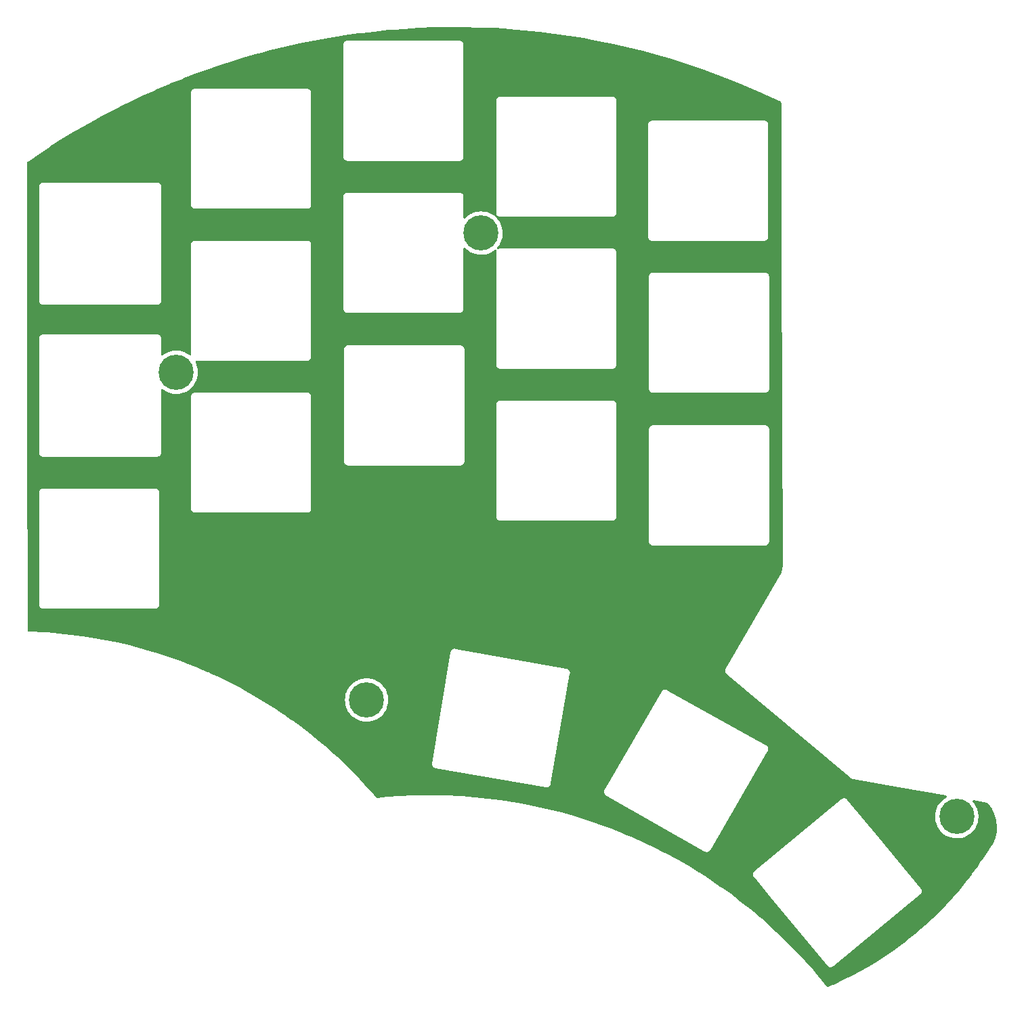
<source format=gbr>
G04 #@! TF.GenerationSoftware,KiCad,Pcbnew,(6.0.4-0)*
G04 #@! TF.CreationDate,2022-05-15T20:04:51-07:00*
G04 #@! TF.ProjectId,split_3x_plate_bigger_encoder_gerber,73706c69-745f-4337-985f-706c6174655f,rev?*
G04 #@! TF.SameCoordinates,Original*
G04 #@! TF.FileFunction,Copper,L2,Bot*
G04 #@! TF.FilePolarity,Positive*
%FSLAX46Y46*%
G04 Gerber Fmt 4.6, Leading zero omitted, Abs format (unit mm)*
G04 Created by KiCad (PCBNEW (6.0.4-0)) date 2022-05-15 20:04:51*
%MOMM*%
%LPD*%
G01*
G04 APERTURE LIST*
G04 #@! TA.AperFunction,ComponentPad*
%ADD10C,0.700000*%
G04 #@! TD*
G04 #@! TA.AperFunction,ComponentPad*
%ADD11C,4.400000*%
G04 #@! TD*
G04 APERTURE END LIST*
D10*
G04 #@! TO.P, ,1*
G04 #@! TO.N,N/C*
X195635476Y-140120774D03*
D11*
X194468750Y-141287500D03*
D10*
X194468750Y-142937500D03*
X195635476Y-142454226D03*
X193302024Y-140120774D03*
X196118750Y-141287500D03*
X193302024Y-142454226D03*
X194468750Y-139637500D03*
X192818750Y-141287500D03*
G04 #@! TD*
G04 #@! TO.P, ,1*
G04 #@! TO.N,N/C*
X135000000Y-69950000D03*
X133350000Y-68300000D03*
D11*
X135000000Y-68300000D03*
D10*
X136650000Y-68300000D03*
X136166726Y-69466726D03*
X133833274Y-67133274D03*
X133833274Y-69466726D03*
X136166726Y-67133274D03*
X135000000Y-66650000D03*
G04 #@! TD*
G04 #@! TO.P, ,1*
G04 #@! TO.N,N/C*
X119533274Y-125533274D03*
X119050000Y-126700000D03*
X120700000Y-128350000D03*
X122350000Y-126700000D03*
X121866726Y-127866726D03*
X121866726Y-125533274D03*
D11*
X120700000Y-126700000D03*
D10*
X120700000Y-125050000D03*
X119533274Y-127866726D03*
G04 #@! TD*
D11*
G04 #@! TO.P, ,1*
G04 #@! TO.N,N/C*
X96900000Y-85700000D03*
D10*
X96900000Y-87350000D03*
X98066726Y-84533274D03*
X95250000Y-85700000D03*
X96900000Y-84050000D03*
X95733274Y-84533274D03*
X95733274Y-86866726D03*
X98066726Y-86866726D03*
X98550000Y-85700000D03*
G04 #@! TD*
G04 #@! TA.AperFunction,NonConductor*
G36*
X131728342Y-42528014D02*
G01*
X132859896Y-42529926D01*
X132862440Y-42529956D01*
X134741753Y-42571092D01*
X134744296Y-42571174D01*
X136622294Y-42650246D01*
X136624836Y-42650378D01*
X137873054Y-42728211D01*
X138500970Y-42767364D01*
X138503495Y-42767548D01*
X140376849Y-42922393D01*
X140379344Y-42922624D01*
X142249270Y-43115275D01*
X142251744Y-43115556D01*
X144117303Y-43345917D01*
X144119789Y-43346249D01*
X145980348Y-43614238D01*
X145982856Y-43614625D01*
X147837615Y-43920130D01*
X147840121Y-43920569D01*
X148545763Y-44051486D01*
X149688320Y-44263463D01*
X149690782Y-44263946D01*
X151531701Y-44644097D01*
X151534188Y-44644636D01*
X153367028Y-45061876D01*
X153369503Y-45062466D01*
X155193545Y-45516633D01*
X155196008Y-45517273D01*
X157010485Y-46008175D01*
X157012934Y-46008864D01*
X158817173Y-46536319D01*
X158819606Y-46537057D01*
X160612781Y-47100825D01*
X160615144Y-47101593D01*
X161115762Y-47270167D01*
X162396683Y-47701494D01*
X162399086Y-47702331D01*
X164167989Y-48338028D01*
X164170375Y-48338912D01*
X165926200Y-49010245D01*
X165928567Y-49011178D01*
X167670412Y-49717804D01*
X167672719Y-49718767D01*
X169400027Y-50460459D01*
X169402298Y-50461462D01*
X171114217Y-51237857D01*
X171116475Y-51238909D01*
X171909866Y-51618229D01*
X172458801Y-51880675D01*
X172511631Y-51928104D01*
X172530451Y-51993892D01*
X172599061Y-70851543D01*
X172741208Y-109920706D01*
X172737268Y-109952430D01*
X172535686Y-110739390D01*
X172522672Y-110771253D01*
X165610401Y-122710630D01*
X165597288Y-122729188D01*
X165587180Y-122741057D01*
X165583511Y-122749253D01*
X165570742Y-122777774D01*
X165567034Y-122785023D01*
X165565453Y-122788265D01*
X165563208Y-122792144D01*
X165561535Y-122796303D01*
X165554335Y-122814196D01*
X165552445Y-122818644D01*
X165531331Y-122865807D01*
X165531330Y-122865812D01*
X165527664Y-122874000D01*
X165526515Y-122882370D01*
X165525761Y-122885209D01*
X165522605Y-122893054D01*
X165521727Y-122901982D01*
X165521726Y-122901985D01*
X165516666Y-122953426D01*
X165516101Y-122958219D01*
X165507852Y-123018304D01*
X165509098Y-123026657D01*
X165509172Y-123029607D01*
X165508345Y-123038012D01*
X165510008Y-123046828D01*
X165510008Y-123046831D01*
X165519584Y-123097600D01*
X165520389Y-123102366D01*
X165525976Y-123139823D01*
X165529338Y-123162368D01*
X165532877Y-123170034D01*
X165533777Y-123172847D01*
X165535342Y-123181145D01*
X165559325Y-123228254D01*
X165562861Y-123235199D01*
X165564971Y-123239548D01*
X165586630Y-123286460D01*
X165586632Y-123286464D01*
X165590394Y-123294611D01*
X165595945Y-123300978D01*
X165597589Y-123303412D01*
X165601426Y-123310949D01*
X165643036Y-123355133D01*
X165646242Y-123358672D01*
X165663940Y-123378972D01*
X165667667Y-123382107D01*
X165671140Y-123385519D01*
X165671105Y-123385554D01*
X165676396Y-123390557D01*
X165679167Y-123393499D01*
X165701287Y-123416987D01*
X165718116Y-123426868D01*
X165735421Y-123439095D01*
X181212293Y-136456784D01*
X181229652Y-136474591D01*
X181235949Y-136482478D01*
X181243293Y-136487639D01*
X181273378Y-136508782D01*
X181282030Y-136515440D01*
X181285123Y-136518041D01*
X181288557Y-136520929D01*
X181302603Y-136529678D01*
X181304122Y-136530624D01*
X181309948Y-136534481D01*
X181329243Y-136548040D01*
X181355123Y-136566227D01*
X181363619Y-136569119D01*
X181368367Y-136571533D01*
X181373265Y-136573690D01*
X181380885Y-136578436D01*
X181389529Y-136580852D01*
X181389533Y-136580854D01*
X181434045Y-136593296D01*
X181440728Y-136595365D01*
X181461072Y-136602290D01*
X181468746Y-136603636D01*
X181480889Y-136606391D01*
X181521165Y-136617649D01*
X181530140Y-136617542D01*
X181535178Y-136617482D01*
X181558446Y-136619367D01*
X187209790Y-137610493D01*
X193139874Y-138650504D01*
X193163491Y-138654646D01*
X193227132Y-138686115D01*
X193263657Y-138746995D01*
X193261470Y-138817958D01*
X193221265Y-138876473D01*
X193206148Y-138887037D01*
X192946824Y-139041317D01*
X192946818Y-139041321D01*
X192943564Y-139043257D01*
X192940562Y-139045573D01*
X192731041Y-139207218D01*
X192684994Y-139242743D01*
X192682284Y-139245411D01*
X192481368Y-139443196D01*
X192452263Y-139471847D01*
X192449899Y-139474814D01*
X192449896Y-139474817D01*
X192432970Y-139496058D01*
X192248741Y-139727251D01*
X192077376Y-140005257D01*
X191940652Y-140301836D01*
X191939491Y-140305440D01*
X191939491Y-140305441D01*
X191930946Y-140331977D01*
X191840547Y-140612692D01*
X191839829Y-140616403D01*
X191839828Y-140616407D01*
X191779232Y-140929605D01*
X191779231Y-140929614D01*
X191778513Y-140933324D01*
X191778246Y-140937100D01*
X191778245Y-140937105D01*
X191755716Y-141255296D01*
X191755448Y-141259085D01*
X191771686Y-141585259D01*
X191772327Y-141588990D01*
X191772328Y-141588998D01*
X191816035Y-141843356D01*
X191826991Y-141907119D01*
X191828079Y-141910758D01*
X191828080Y-141910761D01*
X191837078Y-141940846D01*
X191920564Y-142220004D01*
X192051047Y-142519381D01*
X192052970Y-142522652D01*
X192052972Y-142522656D01*
X192095334Y-142594715D01*
X192216552Y-142800914D01*
X192218853Y-142803929D01*
X192412381Y-143057512D01*
X192412386Y-143057517D01*
X192414681Y-143060525D01*
X192476681Y-143124170D01*
X192621243Y-143272566D01*
X192642564Y-143294453D01*
X192715385Y-143353107D01*
X192893946Y-143496931D01*
X192893951Y-143496935D01*
X192896899Y-143499309D01*
X193174003Y-143672127D01*
X193469862Y-143810403D01*
X193473471Y-143811586D01*
X193689637Y-143882449D01*
X193780190Y-143912134D01*
X194100492Y-143975846D01*
X194104264Y-143976133D01*
X194104272Y-143976134D01*
X194422352Y-144000329D01*
X194422357Y-144000329D01*
X194426129Y-144000616D01*
X194752383Y-143986086D01*
X194812175Y-143976134D01*
X195070787Y-143933090D01*
X195070792Y-143933089D01*
X195074528Y-143932467D01*
X195387899Y-143840534D01*
X195391366Y-143839044D01*
X195391370Y-143839043D01*
X195684471Y-143713116D01*
X195684473Y-143713115D01*
X195687955Y-143711619D01*
X195970351Y-143547591D01*
X196230995Y-143350824D01*
X196348554Y-143237497D01*
X196463382Y-143126803D01*
X196463385Y-143126800D01*
X196466113Y-143124170D01*
X196672299Y-142870910D01*
X196745870Y-142754307D01*
X196844538Y-142597928D01*
X196844540Y-142597925D01*
X196846565Y-142594715D01*
X196986388Y-142299584D01*
X197012938Y-142220004D01*
X197088540Y-141993397D01*
X197088542Y-141993391D01*
X197089742Y-141989793D01*
X197155131Y-141669829D01*
X197155930Y-141660014D01*
X197173548Y-141443399D01*
X197181606Y-141344326D01*
X197182201Y-141287500D01*
X197180260Y-141255296D01*
X197162776Y-140965293D01*
X197162776Y-140965289D01*
X197162548Y-140961515D01*
X197157400Y-140933324D01*
X197104555Y-140643973D01*
X197104554Y-140643969D01*
X197103875Y-140640251D01*
X197096472Y-140616407D01*
X197030135Y-140402769D01*
X197007032Y-140328363D01*
X196873420Y-140030369D01*
X196704976Y-139750584D01*
X196702649Y-139747600D01*
X196702644Y-139747593D01*
X196506476Y-139496058D01*
X196506474Y-139496056D01*
X196504140Y-139493063D01*
X196479935Y-139468731D01*
X196446073Y-139406330D01*
X196451323Y-139335528D01*
X196494018Y-139278804D01*
X196560603Y-139254167D01*
X196591028Y-139255763D01*
X198224162Y-139542180D01*
X198287803Y-139573649D01*
X198294795Y-139580621D01*
X198433731Y-139730481D01*
X198438295Y-139735404D01*
X198445765Y-139744244D01*
X198639184Y-139995712D01*
X198687356Y-140058341D01*
X198693984Y-140067830D01*
X198858678Y-140328363D01*
X198905713Y-140402769D01*
X198911442Y-140412825D01*
X199091538Y-140765806D01*
X199096321Y-140776352D01*
X199243246Y-141144365D01*
X199247041Y-141155305D01*
X199359560Y-141535252D01*
X199362334Y-141546494D01*
X199439495Y-141935156D01*
X199441226Y-141946605D01*
X199482383Y-142340726D01*
X199483055Y-142352287D01*
X199487855Y-142748512D01*
X199487463Y-142760081D01*
X199458575Y-143121223D01*
X199455867Y-143155083D01*
X199454414Y-143166571D01*
X199386690Y-143556991D01*
X199384189Y-143568297D01*
X199310693Y-143840534D01*
X199280907Y-143950862D01*
X199277378Y-143961891D01*
X199139412Y-144333350D01*
X199134886Y-144344008D01*
X198963399Y-144701239D01*
X198957913Y-144711437D01*
X198754361Y-145051406D01*
X198747963Y-145061057D01*
X198536251Y-145350558D01*
X198519408Y-145369317D01*
X198517136Y-145371387D01*
X198517133Y-145371390D01*
X198510500Y-145377434D01*
X198500240Y-145394268D01*
X198487843Y-145411238D01*
X198480806Y-145419353D01*
X198480803Y-145419357D01*
X198474924Y-145426137D01*
X198463393Y-145451287D01*
X198454671Y-145467180D01*
X198115998Y-145990942D01*
X197802638Y-146475556D01*
X197800687Y-146478483D01*
X197412221Y-147043710D01*
X197099290Y-147499033D01*
X197097252Y-147501910D01*
X196385735Y-148477215D01*
X196367430Y-148502307D01*
X196365311Y-148505128D01*
X196075248Y-148880096D01*
X195607629Y-149484594D01*
X195605421Y-149487367D01*
X194820493Y-150445111D01*
X194818207Y-150447822D01*
X194006635Y-151383110D01*
X194004274Y-151385755D01*
X193380794Y-152064706D01*
X193166694Y-152297854D01*
X193164259Y-152300431D01*
X192301383Y-153188563D01*
X192298877Y-153191071D01*
X191411338Y-154054592D01*
X191408778Y-154057013D01*
X190497247Y-154895262D01*
X190494658Y-154897577D01*
X189617759Y-155659570D01*
X189559896Y-155709851D01*
X189557187Y-155712138D01*
X188600022Y-156497722D01*
X188597250Y-156499933D01*
X187870834Y-157062686D01*
X187618330Y-157258300D01*
X187615512Y-157260421D01*
X186615616Y-157990963D01*
X186612739Y-157993004D01*
X186335102Y-158184105D01*
X185592709Y-158695104D01*
X185589761Y-158697073D01*
X184550364Y-159370208D01*
X184547361Y-159372093D01*
X183489458Y-160015701D01*
X183486406Y-160017499D01*
X183323589Y-160110381D01*
X182410805Y-160631093D01*
X182407701Y-160632806D01*
X181315268Y-161215888D01*
X181312168Y-161217488D01*
X180692285Y-161526262D01*
X180203708Y-161769630D01*
X180200512Y-161771166D01*
X179077007Y-162291876D01*
X179073770Y-162293321D01*
X178918857Y-162359890D01*
X178428237Y-162570718D01*
X178376056Y-162593141D01*
X178305572Y-162601659D01*
X178241672Y-162570718D01*
X178228003Y-162556192D01*
X177550757Y-161711458D01*
X177550736Y-161711433D01*
X177550265Y-161710845D01*
X177133561Y-161216720D01*
X176537855Y-160510335D01*
X176537841Y-160510319D01*
X176537320Y-160509701D01*
X176536825Y-160509143D01*
X176536795Y-160509108D01*
X175528620Y-159372093D01*
X175494891Y-159334053D01*
X174899389Y-158695104D01*
X174424122Y-158185162D01*
X174424099Y-158185138D01*
X174423620Y-158184624D01*
X173554697Y-157297486D01*
X173324718Y-157062686D01*
X173324696Y-157062664D01*
X173324166Y-157062123D01*
X172745505Y-156499933D01*
X172197812Y-155967829D01*
X172197781Y-155967800D01*
X172197206Y-155967241D01*
X171921252Y-155712138D01*
X171044033Y-154901204D01*
X171043434Y-154900650D01*
X170084176Y-154057029D01*
X169864111Y-153863492D01*
X169864090Y-153863474D01*
X169863559Y-153863007D01*
X169058706Y-153189839D01*
X168658935Y-152855476D01*
X168658915Y-152855460D01*
X168658308Y-152854952D01*
X168657663Y-152854439D01*
X167429030Y-151877586D01*
X167429010Y-151877571D01*
X167428422Y-151877103D01*
X167264186Y-151753046D01*
X166175241Y-150930504D01*
X166175221Y-150930490D01*
X166174658Y-150930064D01*
X166174099Y-150929663D01*
X166174073Y-150929644D01*
X165192868Y-150226019D01*
X164897789Y-150014417D01*
X163619994Y-149145278D01*
X163599250Y-149131168D01*
X163599224Y-149131151D01*
X163598598Y-149130725D01*
X163597942Y-149130302D01*
X163597916Y-149130285D01*
X162965584Y-148722750D01*
X162598348Y-148486068D01*
X168986460Y-148486068D01*
X168987491Y-148494984D01*
X168987491Y-148494987D01*
X168989478Y-148512166D01*
X168990250Y-148530592D01*
X168989426Y-148556845D01*
X168991674Y-148565534D01*
X168991674Y-148565537D01*
X168996681Y-148584895D01*
X168999862Y-148601974D01*
X169003191Y-148630762D01*
X169006683Y-148639030D01*
X169006683Y-148639031D01*
X169013413Y-148654966D01*
X169019325Y-148672432D01*
X169023655Y-148689173D01*
X169023656Y-148689177D01*
X169025903Y-148697861D01*
X169030499Y-148705570D01*
X169040741Y-148722750D01*
X169048586Y-148738248D01*
X169059861Y-148764944D01*
X169081733Y-148791765D01*
X169082448Y-148792707D01*
X169083214Y-148793992D01*
X169085708Y-148797001D01*
X169103630Y-148818624D01*
X169104267Y-148819398D01*
X169151913Y-148877827D01*
X169153388Y-148878841D01*
X169154579Y-148880096D01*
X171230263Y-151384453D01*
X177994462Y-159545605D01*
X178303600Y-159918587D01*
X178304093Y-159919186D01*
X178351913Y-159977827D01*
X178371482Y-159991279D01*
X178376771Y-159994914D01*
X178390026Y-160005401D01*
X178403187Y-160017333D01*
X178412377Y-160025665D01*
X178420455Y-160029587D01*
X178434941Y-160036620D01*
X178451283Y-160046131D01*
X178471948Y-160060336D01*
X178480470Y-160063138D01*
X178480473Y-160063140D01*
X178500599Y-160069758D01*
X178516268Y-160076104D01*
X178543407Y-160089281D01*
X178568135Y-160093462D01*
X178586493Y-160098006D01*
X178601783Y-160103034D01*
X178601784Y-160103034D01*
X178610316Y-160105840D01*
X178640464Y-160106842D01*
X178657269Y-160108534D01*
X178687026Y-160113565D01*
X178711942Y-160110637D01*
X178730832Y-160109846D01*
X178734383Y-160109964D01*
X178746918Y-160110381D01*
X178746920Y-160110381D01*
X178755893Y-160110679D01*
X178785108Y-160103180D01*
X178801721Y-160100086D01*
X178808548Y-160099284D01*
X178831689Y-160096564D01*
X178854780Y-160086761D01*
X178872689Y-160080699D01*
X178888282Y-160076697D01*
X178888284Y-160076696D01*
X178896977Y-160074465D01*
X178922906Y-160059071D01*
X178937992Y-160051435D01*
X178957499Y-160043154D01*
X178957506Y-160043150D01*
X178965764Y-160039644D01*
X178992266Y-160017951D01*
X178992596Y-160017700D01*
X178993214Y-160017333D01*
X179015371Y-159999038D01*
X179015568Y-159998876D01*
X179076249Y-159949205D01*
X179076250Y-159949204D01*
X179078476Y-159947382D01*
X179079045Y-159946552D01*
X179079755Y-159945877D01*
X189915526Y-150998910D01*
X189978476Y-150947382D01*
X189983546Y-150939977D01*
X189994851Y-150923465D01*
X190005623Y-150909849D01*
X190025128Y-150888416D01*
X190036647Y-150864804D01*
X190045917Y-150848875D01*
X190060761Y-150827193D01*
X190069761Y-150799654D01*
X190076283Y-150783551D01*
X190085056Y-150765567D01*
X190085056Y-150765566D01*
X190088989Y-150757504D01*
X190093418Y-150731605D01*
X190097848Y-150713704D01*
X190106006Y-150688741D01*
X190106915Y-150659778D01*
X190108656Y-150642494D01*
X190112026Y-150622784D01*
X190113540Y-150613931D01*
X190112509Y-150605015D01*
X190112509Y-150605011D01*
X190110522Y-150587833D01*
X190109750Y-150569406D01*
X190110574Y-150543155D01*
X190107755Y-150532255D01*
X190103319Y-150515107D01*
X190100137Y-150498022D01*
X190097840Y-150478157D01*
X190096809Y-150469237D01*
X190087202Y-150446490D01*
X190086587Y-150445034D01*
X190080674Y-150427565D01*
X190076344Y-150410826D01*
X190074097Y-150402139D01*
X190059259Y-150377250D01*
X190051414Y-150361752D01*
X190043633Y-150343328D01*
X190043632Y-150343326D01*
X190040139Y-150335056D01*
X190018267Y-150308235D01*
X190017552Y-150307293D01*
X190016786Y-150306008D01*
X189996367Y-150281373D01*
X189995731Y-150280599D01*
X189951223Y-150226019D01*
X189948087Y-150222173D01*
X189946612Y-150221159D01*
X189945421Y-150219904D01*
X184749457Y-143950862D01*
X180796337Y-139181336D01*
X180795907Y-139180814D01*
X180748087Y-139122173D01*
X180723224Y-139105083D01*
X180709971Y-139094598D01*
X180687623Y-139074335D01*
X180670540Y-139066041D01*
X180665062Y-139063381D01*
X180648722Y-139053871D01*
X180635448Y-139044747D01*
X180635449Y-139044747D01*
X180628052Y-139039663D01*
X180619528Y-139036860D01*
X180619526Y-139036859D01*
X180599394Y-139030239D01*
X180583720Y-139023890D01*
X180564672Y-139014641D01*
X180564669Y-139014640D01*
X180556593Y-139010719D01*
X180531864Y-139006538D01*
X180513513Y-139001996D01*
X180498211Y-138996964D01*
X180489684Y-138994160D01*
X180459536Y-138993158D01*
X180442731Y-138991466D01*
X180412974Y-138986435D01*
X180388058Y-138989363D01*
X180369168Y-138990154D01*
X180365409Y-138990029D01*
X180353083Y-138989619D01*
X180353081Y-138989619D01*
X180344108Y-138989321D01*
X180314893Y-138996820D01*
X180298277Y-138999915D01*
X180292746Y-139000565D01*
X180277226Y-139002388D01*
X180277223Y-139002389D01*
X180268311Y-139003436D01*
X180245220Y-139013239D01*
X180227315Y-139019299D01*
X180211723Y-139023301D01*
X180211716Y-139023304D01*
X180203024Y-139025535D01*
X180177080Y-139040937D01*
X180162013Y-139048564D01*
X180134236Y-139060356D01*
X180127291Y-139066041D01*
X180107736Y-139082048D01*
X180107406Y-139082299D01*
X180106786Y-139082667D01*
X180084578Y-139101004D01*
X180084270Y-139101256D01*
X180023753Y-139150794D01*
X180023744Y-139150803D01*
X180021525Y-139152619D01*
X180020959Y-139153445D01*
X180020248Y-139154120D01*
X169184632Y-148100959D01*
X169184219Y-148101299D01*
X169121525Y-148152619D01*
X169116454Y-148160026D01*
X169116452Y-148160028D01*
X169105155Y-148176528D01*
X169094381Y-148190147D01*
X169074872Y-148211583D01*
X169070938Y-148219649D01*
X169070936Y-148219651D01*
X169063352Y-148235199D01*
X169054074Y-148251139D01*
X169039239Y-148272807D01*
X169030236Y-148300357D01*
X169023720Y-148316444D01*
X169011012Y-148342495D01*
X169009499Y-148351341D01*
X169009499Y-148351342D01*
X169006585Y-148368384D01*
X169002155Y-148386285D01*
X168997054Y-148401895D01*
X168993994Y-148411259D01*
X168993713Y-148420228D01*
X168993712Y-148420231D01*
X168993085Y-148440221D01*
X168991344Y-148457505D01*
X168986460Y-148486068D01*
X162598348Y-148486068D01*
X162277887Y-148279532D01*
X162218821Y-148243506D01*
X160937129Y-147461765D01*
X160937119Y-147461759D01*
X160936468Y-147461362D01*
X160211871Y-147043710D01*
X159575841Y-146677107D01*
X159575812Y-146677091D01*
X159575167Y-146676719D01*
X158194820Y-145926086D01*
X157763589Y-145705262D01*
X156796983Y-145210284D01*
X156796951Y-145210268D01*
X156796279Y-145209924D01*
X156795558Y-145209577D01*
X155381106Y-144529012D01*
X155381090Y-144529004D01*
X155380403Y-144528674D01*
X153948064Y-143882755D01*
X153032540Y-143496931D01*
X152500820Y-143272851D01*
X152500799Y-143272843D01*
X152500143Y-143272566D01*
X151037531Y-142698480D01*
X149561129Y-142160853D01*
X148071845Y-141660014D01*
X146570595Y-141196272D01*
X146569884Y-141196072D01*
X146569845Y-141196060D01*
X145637921Y-140933324D01*
X145058304Y-140769913D01*
X143535902Y-140381198D01*
X142004327Y-140030366D01*
X142003614Y-140030221D01*
X142003590Y-140030216D01*
X140465264Y-139717786D01*
X140465256Y-139717784D01*
X140464520Y-139717635D01*
X139652830Y-139573649D01*
X138918221Y-139443336D01*
X138918183Y-139443330D01*
X138917429Y-139443196D01*
X138916652Y-139443078D01*
X138916640Y-139443076D01*
X138140717Y-139325207D01*
X137364006Y-139207218D01*
X136652173Y-139117087D01*
X135806016Y-139009948D01*
X135806002Y-139009946D01*
X135805209Y-139009846D01*
X135804399Y-139009764D01*
X135804392Y-139009763D01*
X134242745Y-138851278D01*
X134242728Y-138851276D01*
X134241994Y-138851202D01*
X134241260Y-138851146D01*
X134241239Y-138851144D01*
X132676130Y-138731444D01*
X132676091Y-138731441D01*
X132675326Y-138731383D01*
X132674552Y-138731343D01*
X132674535Y-138731342D01*
X132020294Y-138697604D01*
X131106167Y-138650464D01*
X131105399Y-138650443D01*
X131105387Y-138650443D01*
X129916846Y-138618684D01*
X129535484Y-138608493D01*
X128741881Y-138606980D01*
X127965011Y-138605499D01*
X127964975Y-138605499D01*
X127964243Y-138605498D01*
X127228575Y-138622349D01*
X126394187Y-138641461D01*
X126394167Y-138641462D01*
X126393412Y-138641479D01*
X126392678Y-138641514D01*
X126392651Y-138641515D01*
X124824724Y-138716377D01*
X124824698Y-138716379D01*
X124823956Y-138716414D01*
X124823205Y-138716469D01*
X124823181Y-138716470D01*
X123257649Y-138830199D01*
X123257619Y-138830202D01*
X123256842Y-138830258D01*
X123256044Y-138830336D01*
X123256043Y-138830336D01*
X122027849Y-138950251D01*
X121958107Y-138936963D01*
X121920410Y-138907393D01*
X121893599Y-138876473D01*
X121569487Y-138502696D01*
X121327257Y-138223348D01*
X150386802Y-138223348D01*
X150388477Y-138232166D01*
X150391957Y-138250488D01*
X150394040Y-138268272D01*
X150395296Y-138295872D01*
X150398204Y-138304363D01*
X150398206Y-138304373D01*
X150404245Y-138322006D01*
X150408828Y-138339314D01*
X150412307Y-138357627D01*
X150412308Y-138357631D01*
X150413983Y-138366447D01*
X150426553Y-138391058D01*
X150433535Y-138407523D01*
X150442491Y-138433671D01*
X150458417Y-138456243D01*
X150467666Y-138471558D01*
X150480234Y-138496166D01*
X150486398Y-138502694D01*
X150486399Y-138502696D01*
X150499200Y-138516254D01*
X150510536Y-138530113D01*
X150521287Y-138545350D01*
X150526464Y-138552687D01*
X150533488Y-138558273D01*
X150533491Y-138558276D01*
X150548078Y-138569876D01*
X150561271Y-138581995D01*
X150580231Y-138602076D01*
X150587977Y-138606610D01*
X150587976Y-138606610D01*
X150610341Y-138619703D01*
X150612216Y-138620884D01*
X150614059Y-138622349D01*
X150618288Y-138624756D01*
X150618290Y-138624757D01*
X150642222Y-138638376D01*
X150643527Y-138639130D01*
X150705933Y-138675663D01*
X150708537Y-138676314D01*
X150710909Y-138677467D01*
X162942033Y-145638270D01*
X162943644Y-145639203D01*
X163004719Y-145675166D01*
X163013423Y-145677367D01*
X163036062Y-145683092D01*
X163051340Y-145688010D01*
X163081429Y-145699859D01*
X163090366Y-145700671D01*
X163090368Y-145700672D01*
X163102063Y-145701735D01*
X163104255Y-145701934D01*
X163123734Y-145705262D01*
X163145932Y-145710875D01*
X163154901Y-145710545D01*
X163154902Y-145710545D01*
X163178243Y-145709686D01*
X163194282Y-145710118D01*
X163217550Y-145712233D01*
X163217553Y-145712233D01*
X163226488Y-145713045D01*
X163248965Y-145708633D01*
X163268595Y-145706359D01*
X163281141Y-145705897D01*
X163291491Y-145705516D01*
X163322171Y-145695305D01*
X163337679Y-145691221D01*
X163360606Y-145686721D01*
X163360615Y-145686718D01*
X163369418Y-145684990D01*
X163388366Y-145675166D01*
X163389759Y-145674444D01*
X163407964Y-145666752D01*
X163421173Y-145662356D01*
X163421178Y-145662354D01*
X163429695Y-145659519D01*
X163456271Y-145641112D01*
X163470018Y-145632833D01*
X163490761Y-145622078D01*
X163490762Y-145622077D01*
X163498730Y-145617946D01*
X163505220Y-145611743D01*
X163515297Y-145602112D01*
X163530601Y-145589626D01*
X163549434Y-145576581D01*
X163560525Y-145562881D01*
X163569782Y-145551447D01*
X163580645Y-145539651D01*
X163604025Y-145517303D01*
X163647929Y-145441243D01*
X170803679Y-133117452D01*
X170805144Y-133115268D01*
X170807056Y-133113405D01*
X170842625Y-133050393D01*
X170843313Y-133049192D01*
X170858080Y-133023760D01*
X170858950Y-133021605D01*
X170859979Y-133019650D01*
X170874246Y-132994376D01*
X170874247Y-132994374D01*
X170878657Y-132986561D01*
X170884054Y-132963447D01*
X170889920Y-132944919D01*
X170895451Y-132931223D01*
X170898812Y-132922901D01*
X170901937Y-132891548D01*
X170904614Y-132875404D01*
X170911779Y-132844719D01*
X170910472Y-132821017D01*
X170910902Y-132801584D01*
X170912366Y-132786896D01*
X170912366Y-132786893D01*
X170913256Y-132777962D01*
X170907455Y-132746990D01*
X170905493Y-132730737D01*
X170904253Y-132708244D01*
X170903759Y-132699282D01*
X170895854Y-132676904D01*
X170890811Y-132658127D01*
X170888094Y-132643618D01*
X170888093Y-132643616D01*
X170886441Y-132634794D01*
X170878315Y-132618783D01*
X170872182Y-132606697D01*
X170865737Y-132591647D01*
X170858233Y-132570407D01*
X170855243Y-132561943D01*
X170841373Y-132542680D01*
X170831270Y-132526085D01*
X170824583Y-132512909D01*
X170824582Y-132512907D01*
X170820521Y-132504906D01*
X170814379Y-132498367D01*
X170814375Y-132498362D01*
X170798951Y-132481943D01*
X170788535Y-132469300D01*
X170775376Y-132451024D01*
X170775371Y-132451019D01*
X170770130Y-132443740D01*
X170760436Y-132436182D01*
X170751406Y-132429140D01*
X170737048Y-132416044D01*
X170726941Y-132405285D01*
X170720795Y-132398742D01*
X170690835Y-132381100D01*
X170685586Y-132377819D01*
X170681870Y-132374922D01*
X170677621Y-132372558D01*
X170677614Y-132372553D01*
X170655466Y-132360229D01*
X170652798Y-132358701D01*
X170603021Y-132329390D01*
X170603017Y-132329388D01*
X170595281Y-132324833D01*
X170590264Y-132323564D01*
X170585137Y-132321095D01*
X169715265Y-131837053D01*
X158254942Y-125459938D01*
X158252554Y-125458575D01*
X158217770Y-125438212D01*
X158194067Y-125424336D01*
X158160520Y-125415944D01*
X158146063Y-125411387D01*
X158122144Y-125402233D01*
X158113762Y-125399025D01*
X158104820Y-125398299D01*
X158104817Y-125398298D01*
X158093179Y-125397353D01*
X158072807Y-125394001D01*
X158061475Y-125391166D01*
X158061468Y-125391165D01*
X158052764Y-125388988D01*
X158043794Y-125389341D01*
X158043793Y-125389341D01*
X158018215Y-125390348D01*
X158003060Y-125390033D01*
X158001286Y-125389889D01*
X157968582Y-125387233D01*
X157948349Y-125391407D01*
X157927867Y-125393906D01*
X157907219Y-125394719D01*
X157898707Y-125397576D01*
X157898708Y-125397576D01*
X157874438Y-125405722D01*
X157859799Y-125409674D01*
X157834721Y-125414847D01*
X157834719Y-125414848D01*
X157825929Y-125416661D01*
X157815570Y-125422159D01*
X157807688Y-125426342D01*
X157788709Y-125434498D01*
X157769133Y-125441069D01*
X157748195Y-125455651D01*
X157740757Y-125460831D01*
X157727820Y-125468729D01*
X157697268Y-125484944D01*
X157690836Y-125491211D01*
X157690835Y-125491212D01*
X157682472Y-125499361D01*
X157666553Y-125512509D01*
X157649606Y-125524312D01*
X157643975Y-125531304D01*
X157643972Y-125531307D01*
X157627916Y-125551245D01*
X157617715Y-125562458D01*
X157592944Y-125586595D01*
X157588534Y-125594408D01*
X157556561Y-125651049D01*
X157555961Y-125652101D01*
X150651474Y-137613395D01*
X150496150Y-137882477D01*
X150496048Y-137882627D01*
X150495975Y-137882697D01*
X150423158Y-138008848D01*
X150421033Y-138017570D01*
X150416620Y-138035678D01*
X150411155Y-138052729D01*
X150404216Y-138070040D01*
X150400876Y-138078372D01*
X150400009Y-138087303D01*
X150398206Y-138105878D01*
X150395213Y-138123534D01*
X150390799Y-138141646D01*
X150390799Y-138141650D01*
X150388675Y-138150365D01*
X150389083Y-138159329D01*
X150389930Y-138177952D01*
X150389471Y-138195851D01*
X150386802Y-138223348D01*
X121327257Y-138223348D01*
X121166896Y-138038414D01*
X121166882Y-138038398D01*
X121166332Y-138037764D01*
X120427811Y-137227986D01*
X120164247Y-136938992D01*
X120164240Y-136938984D01*
X120163675Y-136938365D01*
X119855955Y-136617482D01*
X119134349Y-135865011D01*
X119133791Y-135864429D01*
X118077327Y-134816630D01*
X117934053Y-134681481D01*
X128886605Y-134681481D01*
X128890016Y-134713487D01*
X128890696Y-134729568D01*
X128889996Y-134761758D01*
X128892327Y-134770424D01*
X128892327Y-134770425D01*
X128895986Y-134784029D01*
X128899601Y-134803402D01*
X128901070Y-134817179D01*
X128902044Y-134826319D01*
X128905461Y-134834616D01*
X128905463Y-134834624D01*
X128914300Y-134856082D01*
X128919467Y-134871330D01*
X128925497Y-134893746D01*
X128925499Y-134893750D01*
X128927830Y-134902417D01*
X128939830Y-134922111D01*
X128948730Y-134939679D01*
X128957512Y-134961001D01*
X128963126Y-134968012D01*
X128977630Y-134986127D01*
X128986870Y-134999314D01*
X129003620Y-135026803D01*
X129020668Y-135042341D01*
X129034134Y-135056696D01*
X129048552Y-135074702D01*
X129074917Y-135093174D01*
X129087476Y-135103228D01*
X129111275Y-135124918D01*
X129132001Y-135135047D01*
X129148961Y-135145051D01*
X129160492Y-135153129D01*
X129160494Y-135153130D01*
X129167845Y-135158280D01*
X129176344Y-135161159D01*
X129176345Y-135161160D01*
X129198326Y-135168607D01*
X129213213Y-135174736D01*
X129242141Y-135188874D01*
X129311412Y-135200772D01*
X129332197Y-135204342D01*
X129332456Y-135204387D01*
X143104490Y-137599522D01*
X143105007Y-137599613D01*
X143181481Y-137613395D01*
X143210892Y-137610260D01*
X143228010Y-137609607D01*
X143257570Y-137610493D01*
X143282428Y-137604025D01*
X143300799Y-137600676D01*
X143317389Y-137598908D01*
X143317390Y-137598908D01*
X143326319Y-137597956D01*
X143353656Y-137586698D01*
X143369909Y-137581264D01*
X143389848Y-137576076D01*
X143398534Y-137573816D01*
X143420571Y-137560636D01*
X143437264Y-137552264D01*
X143452704Y-137545905D01*
X143452703Y-137545905D01*
X143461001Y-137542488D01*
X143484081Y-137524007D01*
X143498161Y-137514228D01*
X143523538Y-137499050D01*
X143540993Y-137480211D01*
X143554666Y-137467491D01*
X143567696Y-137457058D01*
X143567698Y-137457056D01*
X143574702Y-137451448D01*
X143579847Y-137444105D01*
X143579854Y-137444097D01*
X143591670Y-137427231D01*
X143602431Y-137413901D01*
X143622534Y-137392204D01*
X143634002Y-137369219D01*
X143643555Y-137353172D01*
X143653128Y-137339508D01*
X143658280Y-137332155D01*
X143661160Y-137323653D01*
X143661162Y-137323650D01*
X143667767Y-137304153D01*
X143674354Y-137288340D01*
X143687562Y-137261867D01*
X143693668Y-137227986D01*
X143693838Y-137227203D01*
X143694193Y-137226155D01*
X143699548Y-137195368D01*
X143699629Y-137194911D01*
X143712696Y-137122405D01*
X143712698Y-137122388D01*
X143713395Y-137118519D01*
X143713247Y-137117129D01*
X143713387Y-137115791D01*
X143800050Y-136617482D01*
X145244562Y-128311534D01*
X146099744Y-123394236D01*
X146100009Y-123392765D01*
X146111637Y-123330303D01*
X146111637Y-123330302D01*
X146113280Y-123321477D01*
X146111767Y-123306461D01*
X146110131Y-123290223D01*
X146109552Y-123273819D01*
X146110493Y-123242430D01*
X146104491Y-123219362D01*
X146101065Y-123200263D01*
X146099576Y-123185481D01*
X146099575Y-123185479D01*
X146098676Y-123176553D01*
X146094561Y-123166396D01*
X146086884Y-123147445D01*
X146081724Y-123131860D01*
X146076077Y-123110155D01*
X146076076Y-123110154D01*
X146073816Y-123101466D01*
X146061576Y-123081003D01*
X146052935Y-123063647D01*
X146043985Y-123041553D01*
X146024495Y-123016922D01*
X146015179Y-123003428D01*
X145999050Y-122976462D01*
X145992468Y-122970363D01*
X145992465Y-122970360D01*
X145981561Y-122960257D01*
X145968393Y-122946022D01*
X145953602Y-122927330D01*
X145946280Y-122922137D01*
X145946276Y-122922133D01*
X145927986Y-122909161D01*
X145915244Y-122898813D01*
X145909029Y-122893054D01*
X145892204Y-122877466D01*
X145884167Y-122873456D01*
X145870873Y-122866823D01*
X145854232Y-122856852D01*
X145842115Y-122848258D01*
X145842114Y-122848258D01*
X145834793Y-122843065D01*
X145805101Y-122832815D01*
X145789981Y-122826465D01*
X145774306Y-122818644D01*
X145769897Y-122816444D01*
X145769895Y-122816443D01*
X145761867Y-122812438D01*
X145753040Y-122810847D01*
X145753036Y-122810846D01*
X145619013Y-122786694D01*
X145618519Y-122786605D01*
X145618351Y-122786623D01*
X145618091Y-122786595D01*
X131861103Y-120312316D01*
X131859447Y-120311902D01*
X131857859Y-120311126D01*
X131811112Y-120303097D01*
X131783364Y-120298331D01*
X131782390Y-120298159D01*
X131765605Y-120295141D01*
X131754076Y-120293067D01*
X131752622Y-120293015D01*
X131751503Y-120292859D01*
X131714304Y-120286470D01*
X131690692Y-120289183D01*
X131689360Y-120289336D01*
X131670480Y-120290080D01*
X131645373Y-120289183D01*
X131627447Y-120293737D01*
X131616165Y-120296603D01*
X131599525Y-120299658D01*
X131578518Y-120302072D01*
X131569598Y-120303097D01*
X131561326Y-120306584D01*
X131561324Y-120306584D01*
X131546447Y-120312854D01*
X131528537Y-120318865D01*
X131504200Y-120325048D01*
X131496474Y-120329608D01*
X131496473Y-120329609D01*
X131478254Y-120340364D01*
X131463142Y-120347966D01*
X131435375Y-120359669D01*
X131415894Y-120375532D01*
X131400395Y-120386326D01*
X131378767Y-120399093D01*
X131372630Y-120405641D01*
X131372627Y-120405643D01*
X131358163Y-120421075D01*
X131345795Y-120432611D01*
X131322426Y-120451639D01*
X131317338Y-120459030D01*
X131317334Y-120459034D01*
X131308185Y-120472324D01*
X131296333Y-120487041D01*
X131279157Y-120505366D01*
X131275102Y-120513377D01*
X131275099Y-120513382D01*
X131265549Y-120532251D01*
X131256912Y-120546801D01*
X131239829Y-120571614D01*
X131237019Y-120580136D01*
X131237017Y-120580141D01*
X131231963Y-120595471D01*
X131224722Y-120612914D01*
X131213379Y-120635326D01*
X131211737Y-120644146D01*
X131211736Y-120644149D01*
X131206971Y-120669745D01*
X131206007Y-120674208D01*
X131204788Y-120677906D01*
X131203994Y-120682703D01*
X131203994Y-120682704D01*
X131199689Y-120708721D01*
X131199251Y-120711212D01*
X131186720Y-120778523D01*
X131187151Y-120782803D01*
X131186688Y-120787294D01*
X128899517Y-134609762D01*
X128899222Y-134611466D01*
X128886605Y-134681481D01*
X117934053Y-134681481D01*
X116994945Y-133795627D01*
X116131552Y-133021138D01*
X115887925Y-132802597D01*
X115887915Y-132802588D01*
X115887325Y-132802059D01*
X115886734Y-132801555D01*
X115886710Y-132801534D01*
X114755751Y-131837053D01*
X114755738Y-131837042D01*
X114755162Y-131836551D01*
X113599167Y-130899709D01*
X112420065Y-129992120D01*
X112419460Y-129991678D01*
X112419428Y-129991654D01*
X111535107Y-129345590D01*
X111218596Y-129114354D01*
X110388597Y-128539303D01*
X109996142Y-128267397D01*
X109996121Y-128267383D01*
X109995515Y-128266963D01*
X109144662Y-127708482D01*
X108752237Y-127450903D01*
X108752219Y-127450891D01*
X108751589Y-127450478D01*
X107497539Y-126671585D01*
X117986698Y-126671585D01*
X118002936Y-126997759D01*
X118003577Y-127001490D01*
X118003578Y-127001498D01*
X118018109Y-127086060D01*
X118058241Y-127319619D01*
X118151814Y-127632504D01*
X118282297Y-127931881D01*
X118284220Y-127935152D01*
X118284222Y-127935156D01*
X118326584Y-128007215D01*
X118447802Y-128213414D01*
X118450103Y-128216429D01*
X118643631Y-128470012D01*
X118643636Y-128470017D01*
X118645931Y-128473025D01*
X118873814Y-128706953D01*
X118946635Y-128765607D01*
X119125196Y-128909431D01*
X119125201Y-128909435D01*
X119128149Y-128911809D01*
X119405253Y-129084627D01*
X119701112Y-129222903D01*
X120011440Y-129324634D01*
X120331742Y-129388346D01*
X120335514Y-129388633D01*
X120335522Y-129388634D01*
X120653602Y-129412829D01*
X120653607Y-129412829D01*
X120657379Y-129413116D01*
X120983633Y-129398586D01*
X121043425Y-129388634D01*
X121302037Y-129345590D01*
X121302042Y-129345589D01*
X121305778Y-129344967D01*
X121619149Y-129253034D01*
X121622616Y-129251544D01*
X121622620Y-129251543D01*
X121915721Y-129125616D01*
X121915723Y-129125615D01*
X121919205Y-129124119D01*
X122201601Y-128960091D01*
X122462245Y-128763324D01*
X122697363Y-128536670D01*
X122780601Y-128434429D01*
X122901155Y-128286351D01*
X122901158Y-128286347D01*
X122903549Y-128283410D01*
X122905570Y-128280207D01*
X123075788Y-128010428D01*
X123075790Y-128010425D01*
X123077815Y-128007215D01*
X123217638Y-127712084D01*
X123244188Y-127632504D01*
X123319790Y-127405897D01*
X123319792Y-127405891D01*
X123320992Y-127402293D01*
X123386381Y-127082329D01*
X123392956Y-127001498D01*
X123412674Y-126759061D01*
X123412856Y-126756826D01*
X123413451Y-126700000D01*
X123411510Y-126667796D01*
X123394026Y-126377793D01*
X123394026Y-126377789D01*
X123393798Y-126374015D01*
X123388650Y-126345824D01*
X123335805Y-126056473D01*
X123335804Y-126056469D01*
X123335125Y-126052751D01*
X123327722Y-126028907D01*
X123239404Y-125744477D01*
X123238282Y-125740863D01*
X123104670Y-125442869D01*
X122936226Y-125163084D01*
X122933899Y-125160100D01*
X122933894Y-125160093D01*
X122737726Y-124908558D01*
X122737724Y-124908556D01*
X122735390Y-124905563D01*
X122505070Y-124674034D01*
X122248603Y-124471852D01*
X121969705Y-124301945D01*
X121966261Y-124300379D01*
X121966257Y-124300377D01*
X121855667Y-124250095D01*
X121672414Y-124166775D01*
X121361037Y-124068300D01*
X121143492Y-124027390D01*
X121043809Y-124008645D01*
X121043807Y-124008645D01*
X121040086Y-124007945D01*
X120714208Y-123986586D01*
X120710428Y-123986794D01*
X120710427Y-123986794D01*
X120612897Y-123992162D01*
X120388124Y-124004532D01*
X120384397Y-124005193D01*
X120384393Y-124005193D01*
X120227341Y-124033027D01*
X120066557Y-124061522D01*
X120062941Y-124062624D01*
X120062933Y-124062626D01*
X119757789Y-124155627D01*
X119754167Y-124156731D01*
X119455477Y-124288781D01*
X119430041Y-124303914D01*
X119178074Y-124453817D01*
X119178068Y-124453821D01*
X119174814Y-124455757D01*
X118916244Y-124655243D01*
X118683513Y-124884347D01*
X118681149Y-124887314D01*
X118681146Y-124887317D01*
X118664220Y-124908558D01*
X118479991Y-125139751D01*
X118308626Y-125417757D01*
X118307037Y-125421204D01*
X118201078Y-125651049D01*
X118171902Y-125714336D01*
X118170741Y-125717940D01*
X118170741Y-125717941D01*
X118162196Y-125744477D01*
X118071797Y-126025192D01*
X118071079Y-126028903D01*
X118071078Y-126028907D01*
X118010482Y-126342105D01*
X118010481Y-126342114D01*
X118009763Y-126345824D01*
X117986698Y-126671585D01*
X107497539Y-126671585D01*
X107487600Y-126665412D01*
X107486937Y-126665023D01*
X107486919Y-126665012D01*
X106205013Y-125912652D01*
X106205014Y-125912652D01*
X106204340Y-125912257D01*
X105853401Y-125717941D01*
X104903286Y-125191859D01*
X104903281Y-125191856D01*
X104902614Y-125191487D01*
X103583241Y-124503553D01*
X102247048Y-123848887D01*
X101354741Y-123439095D01*
X100895643Y-123228254D01*
X100895632Y-123228249D01*
X100894874Y-123227901D01*
X100785949Y-123181145D01*
X99528299Y-122641298D01*
X99528285Y-122641292D01*
X99527567Y-122640984D01*
X98145987Y-122088504D01*
X98145267Y-122088237D01*
X98145239Y-122088226D01*
X97391143Y-121808373D01*
X96750999Y-121570809D01*
X95343480Y-121088223D01*
X94574023Y-120845770D01*
X93925088Y-120641293D01*
X93925074Y-120641289D01*
X93924313Y-120641049D01*
X92494389Y-120229568D01*
X91054606Y-119854038D01*
X91053906Y-119853874D01*
X89606589Y-119514864D01*
X89606580Y-119514862D01*
X89605867Y-119514695D01*
X88149081Y-119211752D01*
X88148381Y-119211625D01*
X88148347Y-119211618D01*
X86685939Y-118945540D01*
X86685924Y-118945538D01*
X86685163Y-118945399D01*
X86684383Y-118945277D01*
X86684376Y-118945276D01*
X85215830Y-118715927D01*
X85215793Y-118715922D01*
X85215033Y-118715803D01*
X85214262Y-118715702D01*
X85214232Y-118715698D01*
X84432066Y-118613545D01*
X83739611Y-118523109D01*
X83738852Y-118523029D01*
X83738817Y-118523025D01*
X82954478Y-118440514D01*
X82259826Y-118367437D01*
X80776605Y-118248884D01*
X80775857Y-118248843D01*
X80775827Y-118248841D01*
X79877326Y-118199640D01*
X79290880Y-118167526D01*
X78425087Y-118141847D01*
X78357591Y-118119835D01*
X78312709Y-118064825D01*
X78302824Y-118015999D01*
X78300681Y-115198587D01*
X78300393Y-114819721D01*
X79741024Y-114819721D01*
X79743491Y-114828352D01*
X79749150Y-114848153D01*
X79752728Y-114864915D01*
X79756920Y-114894187D01*
X79760634Y-114902355D01*
X79760634Y-114902356D01*
X79767548Y-114917562D01*
X79773996Y-114935086D01*
X79781051Y-114959771D01*
X79785843Y-114967365D01*
X79785844Y-114967368D01*
X79796830Y-114984780D01*
X79804969Y-114999863D01*
X79817208Y-115026782D01*
X79823069Y-115033584D01*
X79833970Y-115046235D01*
X79845073Y-115061239D01*
X79858776Y-115082958D01*
X79865501Y-115088897D01*
X79865504Y-115088901D01*
X79880938Y-115102532D01*
X79892982Y-115114724D01*
X79906427Y-115130327D01*
X79906430Y-115130329D01*
X79912287Y-115137127D01*
X79919816Y-115142007D01*
X79919817Y-115142008D01*
X79933835Y-115151094D01*
X79948709Y-115162385D01*
X79961217Y-115173431D01*
X79967951Y-115179378D01*
X79994711Y-115191942D01*
X80009691Y-115200263D01*
X80026983Y-115211471D01*
X80026988Y-115211473D01*
X80034515Y-115216352D01*
X80043108Y-115218922D01*
X80043113Y-115218924D01*
X80059120Y-115223711D01*
X80076564Y-115230372D01*
X80091676Y-115237467D01*
X80091678Y-115237468D01*
X80099800Y-115241281D01*
X80108667Y-115242662D01*
X80108668Y-115242662D01*
X80111353Y-115243080D01*
X80129017Y-115245830D01*
X80145732Y-115249613D01*
X80165466Y-115255515D01*
X80165472Y-115255516D01*
X80174066Y-115258086D01*
X80183037Y-115258141D01*
X80183038Y-115258141D01*
X80193097Y-115258202D01*
X80208506Y-115258296D01*
X80209289Y-115258329D01*
X80210386Y-115258500D01*
X80241377Y-115258500D01*
X80242147Y-115258502D01*
X80315785Y-115258952D01*
X80315786Y-115258952D01*
X80319721Y-115258976D01*
X80321065Y-115258592D01*
X80322410Y-115258500D01*
X94241377Y-115258500D01*
X94242148Y-115258502D01*
X94319721Y-115258976D01*
X94348152Y-115250850D01*
X94364915Y-115247272D01*
X94365753Y-115247152D01*
X94394187Y-115243080D01*
X94417564Y-115232451D01*
X94435087Y-115226004D01*
X94459771Y-115218949D01*
X94467365Y-115214157D01*
X94467368Y-115214156D01*
X94484780Y-115203170D01*
X94499865Y-115195030D01*
X94526782Y-115182792D01*
X94546235Y-115166030D01*
X94561239Y-115154927D01*
X94582958Y-115141224D01*
X94588897Y-115134499D01*
X94588901Y-115134496D01*
X94602532Y-115119062D01*
X94614724Y-115107018D01*
X94630327Y-115093573D01*
X94630329Y-115093570D01*
X94637127Y-115087713D01*
X94651094Y-115066165D01*
X94662385Y-115051291D01*
X94673431Y-115038783D01*
X94673432Y-115038782D01*
X94679378Y-115032049D01*
X94691943Y-115005287D01*
X94700263Y-114990309D01*
X94711471Y-114973017D01*
X94711473Y-114973012D01*
X94716352Y-114965485D01*
X94718922Y-114956892D01*
X94718924Y-114956887D01*
X94723711Y-114940880D01*
X94730372Y-114923436D01*
X94737467Y-114908324D01*
X94737468Y-114908322D01*
X94741281Y-114900200D01*
X94745830Y-114870983D01*
X94749613Y-114854268D01*
X94755515Y-114834534D01*
X94755516Y-114834528D01*
X94758086Y-114825934D01*
X94758296Y-114791494D01*
X94758329Y-114790711D01*
X94758500Y-114789614D01*
X94758500Y-114758623D01*
X94758502Y-114757853D01*
X94758952Y-114684215D01*
X94758952Y-114684214D01*
X94758976Y-114680279D01*
X94758592Y-114678935D01*
X94758500Y-114677590D01*
X94758500Y-106919721D01*
X155991024Y-106919721D01*
X155993491Y-106928352D01*
X155999150Y-106948153D01*
X156002728Y-106964915D01*
X156006920Y-106994187D01*
X156010634Y-107002355D01*
X156010634Y-107002356D01*
X156017548Y-107017562D01*
X156023996Y-107035086D01*
X156031051Y-107059771D01*
X156035843Y-107067365D01*
X156035844Y-107067368D01*
X156046830Y-107084780D01*
X156054969Y-107099863D01*
X156067208Y-107126782D01*
X156073069Y-107133584D01*
X156083970Y-107146235D01*
X156095073Y-107161239D01*
X156108776Y-107182958D01*
X156115501Y-107188897D01*
X156115504Y-107188901D01*
X156130938Y-107202532D01*
X156142982Y-107214724D01*
X156156427Y-107230327D01*
X156156430Y-107230329D01*
X156162287Y-107237127D01*
X156169816Y-107242007D01*
X156169817Y-107242008D01*
X156183835Y-107251094D01*
X156198709Y-107262385D01*
X156211217Y-107273431D01*
X156217951Y-107279378D01*
X156244711Y-107291942D01*
X156259691Y-107300263D01*
X156276983Y-107311471D01*
X156276988Y-107311473D01*
X156284515Y-107316352D01*
X156293108Y-107318922D01*
X156293113Y-107318924D01*
X156309120Y-107323711D01*
X156326564Y-107330372D01*
X156341676Y-107337467D01*
X156341678Y-107337468D01*
X156349800Y-107341281D01*
X156358667Y-107342662D01*
X156358668Y-107342662D01*
X156361353Y-107343080D01*
X156379017Y-107345830D01*
X156395732Y-107349613D01*
X156415466Y-107355515D01*
X156415472Y-107355516D01*
X156424066Y-107358086D01*
X156433037Y-107358141D01*
X156433038Y-107358141D01*
X156443097Y-107358202D01*
X156458506Y-107358296D01*
X156459289Y-107358329D01*
X156460386Y-107358500D01*
X156491377Y-107358500D01*
X156492147Y-107358502D01*
X156565785Y-107358952D01*
X156565786Y-107358952D01*
X156569721Y-107358976D01*
X156571065Y-107358592D01*
X156572410Y-107358500D01*
X170491377Y-107358500D01*
X170492148Y-107358502D01*
X170569721Y-107358976D01*
X170598152Y-107350850D01*
X170614915Y-107347272D01*
X170615753Y-107347152D01*
X170644187Y-107343080D01*
X170667564Y-107332451D01*
X170685087Y-107326004D01*
X170709771Y-107318949D01*
X170717365Y-107314157D01*
X170717368Y-107314156D01*
X170734780Y-107303170D01*
X170749865Y-107295030D01*
X170776782Y-107282792D01*
X170796235Y-107266030D01*
X170811239Y-107254927D01*
X170832958Y-107241224D01*
X170838897Y-107234499D01*
X170838901Y-107234496D01*
X170852532Y-107219062D01*
X170864724Y-107207018D01*
X170880327Y-107193573D01*
X170880329Y-107193570D01*
X170887127Y-107187713D01*
X170901094Y-107166165D01*
X170912385Y-107151291D01*
X170923431Y-107138783D01*
X170923432Y-107138782D01*
X170929378Y-107132049D01*
X170941943Y-107105287D01*
X170950263Y-107090309D01*
X170961471Y-107073017D01*
X170961473Y-107073012D01*
X170966352Y-107065485D01*
X170968922Y-107056892D01*
X170968924Y-107056887D01*
X170973711Y-107040880D01*
X170980372Y-107023436D01*
X170987467Y-107008324D01*
X170987468Y-107008322D01*
X170991281Y-107000200D01*
X170995830Y-106970983D01*
X170999613Y-106954268D01*
X171005515Y-106934534D01*
X171005516Y-106934528D01*
X171008086Y-106925934D01*
X171008296Y-106891494D01*
X171008329Y-106890711D01*
X171008500Y-106889614D01*
X171008500Y-106858623D01*
X171008502Y-106857853D01*
X171008952Y-106784215D01*
X171008952Y-106784214D01*
X171008976Y-106780279D01*
X171008592Y-106778935D01*
X171008500Y-106777590D01*
X171008500Y-92858623D01*
X171008502Y-92857853D01*
X171008800Y-92809102D01*
X171008976Y-92780279D01*
X171000850Y-92751847D01*
X170997272Y-92735085D01*
X170994352Y-92714698D01*
X170993080Y-92705813D01*
X170982451Y-92682436D01*
X170976004Y-92664913D01*
X170971416Y-92648862D01*
X170968949Y-92640229D01*
X170964156Y-92632632D01*
X170953170Y-92615220D01*
X170945030Y-92600135D01*
X170942564Y-92594711D01*
X170932792Y-92573218D01*
X170916030Y-92553765D01*
X170904927Y-92538761D01*
X170891224Y-92517042D01*
X170884499Y-92511103D01*
X170884496Y-92511099D01*
X170869062Y-92497468D01*
X170857018Y-92485276D01*
X170843573Y-92469673D01*
X170843570Y-92469671D01*
X170837713Y-92462873D01*
X170824009Y-92453990D01*
X170816165Y-92448906D01*
X170801291Y-92437615D01*
X170788783Y-92426569D01*
X170788782Y-92426568D01*
X170782049Y-92420622D01*
X170755287Y-92408057D01*
X170740309Y-92399737D01*
X170723017Y-92388529D01*
X170723012Y-92388527D01*
X170715485Y-92383648D01*
X170706892Y-92381078D01*
X170706887Y-92381076D01*
X170690880Y-92376289D01*
X170673436Y-92369628D01*
X170658324Y-92362533D01*
X170658322Y-92362532D01*
X170650200Y-92358719D01*
X170641333Y-92357338D01*
X170641332Y-92357338D01*
X170630478Y-92355648D01*
X170620983Y-92354170D01*
X170604268Y-92350387D01*
X170584534Y-92344485D01*
X170584528Y-92344484D01*
X170575934Y-92341914D01*
X170566963Y-92341859D01*
X170566962Y-92341859D01*
X170556903Y-92341798D01*
X170541494Y-92341704D01*
X170540711Y-92341671D01*
X170539614Y-92341500D01*
X170508623Y-92341500D01*
X170507853Y-92341498D01*
X170434215Y-92341048D01*
X170434214Y-92341048D01*
X170430279Y-92341024D01*
X170428935Y-92341408D01*
X170427590Y-92341500D01*
X156508623Y-92341500D01*
X156507853Y-92341498D01*
X156507037Y-92341493D01*
X156430279Y-92341024D01*
X156407918Y-92347415D01*
X156401847Y-92349150D01*
X156385085Y-92352728D01*
X156355813Y-92356920D01*
X156347645Y-92360634D01*
X156347644Y-92360634D01*
X156332438Y-92367548D01*
X156314914Y-92373996D01*
X156290229Y-92381051D01*
X156282635Y-92385843D01*
X156282632Y-92385844D01*
X156265220Y-92396830D01*
X156250137Y-92404969D01*
X156223218Y-92417208D01*
X156216416Y-92423069D01*
X156203765Y-92433970D01*
X156188761Y-92445073D01*
X156167042Y-92458776D01*
X156161103Y-92465501D01*
X156161099Y-92465504D01*
X156147468Y-92480938D01*
X156135276Y-92492982D01*
X156119673Y-92506427D01*
X156119671Y-92506430D01*
X156112873Y-92512287D01*
X156107993Y-92519816D01*
X156107992Y-92519817D01*
X156098906Y-92533835D01*
X156087615Y-92548709D01*
X156076569Y-92561217D01*
X156070622Y-92567951D01*
X156064312Y-92581391D01*
X156058058Y-92594711D01*
X156049737Y-92609691D01*
X156038529Y-92626983D01*
X156038527Y-92626988D01*
X156033648Y-92634515D01*
X156031078Y-92643108D01*
X156031076Y-92643113D01*
X156026289Y-92659120D01*
X156019628Y-92676564D01*
X156012533Y-92691676D01*
X156008719Y-92699800D01*
X156007338Y-92708667D01*
X156007338Y-92708668D01*
X156004170Y-92729015D01*
X156000387Y-92745732D01*
X155994485Y-92765466D01*
X155994484Y-92765472D01*
X155991914Y-92774066D01*
X155991859Y-92783037D01*
X155991859Y-92783038D01*
X155991704Y-92808497D01*
X155991671Y-92809289D01*
X155991500Y-92810386D01*
X155991500Y-92841377D01*
X155991498Y-92842147D01*
X155991024Y-92919721D01*
X155991408Y-92921065D01*
X155991500Y-92922410D01*
X155991500Y-106841377D01*
X155991498Y-106842147D01*
X155991024Y-106919721D01*
X94758500Y-106919721D01*
X94758500Y-103819721D01*
X136891024Y-103819721D01*
X136893491Y-103828352D01*
X136899150Y-103848153D01*
X136902728Y-103864915D01*
X136906920Y-103894187D01*
X136910634Y-103902355D01*
X136910634Y-103902356D01*
X136917548Y-103917562D01*
X136923996Y-103935086D01*
X136931051Y-103959771D01*
X136935843Y-103967365D01*
X136935844Y-103967368D01*
X136946830Y-103984780D01*
X136954969Y-103999863D01*
X136967208Y-104026782D01*
X136973069Y-104033584D01*
X136983970Y-104046235D01*
X136995073Y-104061239D01*
X137008776Y-104082958D01*
X137015501Y-104088897D01*
X137015504Y-104088901D01*
X137030938Y-104102532D01*
X137042982Y-104114724D01*
X137056427Y-104130327D01*
X137056430Y-104130329D01*
X137062287Y-104137127D01*
X137069816Y-104142007D01*
X137069817Y-104142008D01*
X137083835Y-104151094D01*
X137098709Y-104162385D01*
X137111217Y-104173431D01*
X137117951Y-104179378D01*
X137144711Y-104191942D01*
X137159691Y-104200263D01*
X137176983Y-104211471D01*
X137176988Y-104211473D01*
X137184515Y-104216352D01*
X137193108Y-104218922D01*
X137193113Y-104218924D01*
X137209120Y-104223711D01*
X137226564Y-104230372D01*
X137241676Y-104237467D01*
X137241678Y-104237468D01*
X137249800Y-104241281D01*
X137258667Y-104242662D01*
X137258668Y-104242662D01*
X137261353Y-104243080D01*
X137279017Y-104245830D01*
X137295732Y-104249613D01*
X137315466Y-104255515D01*
X137315472Y-104255516D01*
X137324066Y-104258086D01*
X137333037Y-104258141D01*
X137333038Y-104258141D01*
X137343097Y-104258202D01*
X137358506Y-104258296D01*
X137359289Y-104258329D01*
X137360386Y-104258500D01*
X137391377Y-104258500D01*
X137392147Y-104258502D01*
X137465785Y-104258952D01*
X137465786Y-104258952D01*
X137469721Y-104258976D01*
X137471065Y-104258592D01*
X137472410Y-104258500D01*
X151391377Y-104258500D01*
X151392148Y-104258502D01*
X151469721Y-104258976D01*
X151498152Y-104250850D01*
X151514915Y-104247272D01*
X151515753Y-104247152D01*
X151544187Y-104243080D01*
X151567564Y-104232451D01*
X151585087Y-104226004D01*
X151609771Y-104218949D01*
X151617365Y-104214157D01*
X151617368Y-104214156D01*
X151634780Y-104203170D01*
X151649865Y-104195030D01*
X151676782Y-104182792D01*
X151696235Y-104166030D01*
X151711239Y-104154927D01*
X151732958Y-104141224D01*
X151738897Y-104134499D01*
X151738901Y-104134496D01*
X151752532Y-104119062D01*
X151764724Y-104107018D01*
X151780327Y-104093573D01*
X151780329Y-104093570D01*
X151787127Y-104087713D01*
X151801094Y-104066165D01*
X151812385Y-104051291D01*
X151823431Y-104038783D01*
X151823432Y-104038782D01*
X151829378Y-104032049D01*
X151841943Y-104005287D01*
X151850263Y-103990309D01*
X151861471Y-103973017D01*
X151861473Y-103973012D01*
X151866352Y-103965485D01*
X151868922Y-103956892D01*
X151868924Y-103956887D01*
X151873711Y-103940880D01*
X151880372Y-103923436D01*
X151887467Y-103908324D01*
X151887468Y-103908322D01*
X151891281Y-103900200D01*
X151895830Y-103870983D01*
X151899613Y-103854268D01*
X151905515Y-103834534D01*
X151905516Y-103834528D01*
X151908086Y-103825934D01*
X151908296Y-103791494D01*
X151908329Y-103790711D01*
X151908500Y-103789614D01*
X151908500Y-103758623D01*
X151908502Y-103757853D01*
X151908952Y-103684215D01*
X151908952Y-103684214D01*
X151908976Y-103680279D01*
X151908592Y-103678935D01*
X151908500Y-103677590D01*
X151908500Y-89758623D01*
X151908502Y-89757853D01*
X151908800Y-89709102D01*
X151908976Y-89680279D01*
X151900850Y-89651847D01*
X151897272Y-89635085D01*
X151894352Y-89614698D01*
X151893080Y-89605813D01*
X151882451Y-89582436D01*
X151876004Y-89564913D01*
X151871416Y-89548862D01*
X151868949Y-89540229D01*
X151864156Y-89532632D01*
X151853170Y-89515220D01*
X151845030Y-89500135D01*
X151842564Y-89494711D01*
X151832792Y-89473218D01*
X151816030Y-89453765D01*
X151804927Y-89438761D01*
X151791224Y-89417042D01*
X151784499Y-89411103D01*
X151784496Y-89411099D01*
X151769062Y-89397468D01*
X151757018Y-89385276D01*
X151743573Y-89369673D01*
X151743570Y-89369671D01*
X151737713Y-89362873D01*
X151724009Y-89353990D01*
X151716165Y-89348906D01*
X151701291Y-89337615D01*
X151688783Y-89326569D01*
X151688782Y-89326568D01*
X151682049Y-89320622D01*
X151655287Y-89308057D01*
X151640309Y-89299737D01*
X151623017Y-89288529D01*
X151623012Y-89288527D01*
X151615485Y-89283648D01*
X151606892Y-89281078D01*
X151606887Y-89281076D01*
X151590880Y-89276289D01*
X151573436Y-89269628D01*
X151558324Y-89262533D01*
X151558322Y-89262532D01*
X151550200Y-89258719D01*
X151541333Y-89257338D01*
X151541332Y-89257338D01*
X151530478Y-89255648D01*
X151520983Y-89254170D01*
X151504268Y-89250387D01*
X151484534Y-89244485D01*
X151484528Y-89244484D01*
X151475934Y-89241914D01*
X151466963Y-89241859D01*
X151466962Y-89241859D01*
X151456903Y-89241798D01*
X151441494Y-89241704D01*
X151440711Y-89241671D01*
X151439614Y-89241500D01*
X151408623Y-89241500D01*
X151407853Y-89241498D01*
X151334215Y-89241048D01*
X151334214Y-89241048D01*
X151330279Y-89241024D01*
X151328935Y-89241408D01*
X151327590Y-89241500D01*
X137408623Y-89241500D01*
X137407853Y-89241498D01*
X137407037Y-89241493D01*
X137330279Y-89241024D01*
X137307918Y-89247415D01*
X137301847Y-89249150D01*
X137285085Y-89252728D01*
X137255813Y-89256920D01*
X137247645Y-89260634D01*
X137247644Y-89260634D01*
X137232438Y-89267548D01*
X137214914Y-89273996D01*
X137190229Y-89281051D01*
X137182635Y-89285843D01*
X137182632Y-89285844D01*
X137165220Y-89296830D01*
X137150137Y-89304969D01*
X137123218Y-89317208D01*
X137116416Y-89323069D01*
X137103765Y-89333970D01*
X137088761Y-89345073D01*
X137067042Y-89358776D01*
X137061103Y-89365501D01*
X137061099Y-89365504D01*
X137047468Y-89380938D01*
X137035276Y-89392982D01*
X137019673Y-89406427D01*
X137019671Y-89406430D01*
X137012873Y-89412287D01*
X137007993Y-89419816D01*
X137007992Y-89419817D01*
X136998906Y-89433835D01*
X136987615Y-89448709D01*
X136976569Y-89461217D01*
X136970622Y-89467951D01*
X136964312Y-89481391D01*
X136958058Y-89494711D01*
X136949737Y-89509691D01*
X136938529Y-89526983D01*
X136938527Y-89526988D01*
X136933648Y-89534515D01*
X136931078Y-89543108D01*
X136931076Y-89543113D01*
X136926289Y-89559120D01*
X136919628Y-89576564D01*
X136912533Y-89591676D01*
X136908719Y-89599800D01*
X136907338Y-89608667D01*
X136907338Y-89608668D01*
X136904170Y-89629015D01*
X136900387Y-89645732D01*
X136894485Y-89665466D01*
X136894484Y-89665472D01*
X136891914Y-89674066D01*
X136891859Y-89683037D01*
X136891859Y-89683038D01*
X136891704Y-89708497D01*
X136891671Y-89709289D01*
X136891500Y-89710386D01*
X136891500Y-89741377D01*
X136891498Y-89742147D01*
X136891024Y-89819721D01*
X136891408Y-89821065D01*
X136891500Y-89822410D01*
X136891500Y-103741377D01*
X136891498Y-103742147D01*
X136891024Y-103819721D01*
X94758500Y-103819721D01*
X94758500Y-102819721D01*
X98741024Y-102819721D01*
X98743491Y-102828352D01*
X98749150Y-102848153D01*
X98752728Y-102864915D01*
X98756920Y-102894187D01*
X98760634Y-102902355D01*
X98760634Y-102902356D01*
X98767548Y-102917562D01*
X98773996Y-102935086D01*
X98781051Y-102959771D01*
X98785843Y-102967365D01*
X98785844Y-102967368D01*
X98796830Y-102984780D01*
X98804969Y-102999863D01*
X98817208Y-103026782D01*
X98823069Y-103033584D01*
X98833970Y-103046235D01*
X98845073Y-103061239D01*
X98858776Y-103082958D01*
X98865501Y-103088897D01*
X98865504Y-103088901D01*
X98880938Y-103102532D01*
X98892982Y-103114724D01*
X98906427Y-103130327D01*
X98906430Y-103130329D01*
X98912287Y-103137127D01*
X98919816Y-103142007D01*
X98919817Y-103142008D01*
X98933835Y-103151094D01*
X98948709Y-103162385D01*
X98961217Y-103173431D01*
X98967951Y-103179378D01*
X98994711Y-103191942D01*
X99009691Y-103200263D01*
X99026983Y-103211471D01*
X99026988Y-103211473D01*
X99034515Y-103216352D01*
X99043108Y-103218922D01*
X99043113Y-103218924D01*
X99059120Y-103223711D01*
X99076564Y-103230372D01*
X99091676Y-103237467D01*
X99091678Y-103237468D01*
X99099800Y-103241281D01*
X99108667Y-103242662D01*
X99108668Y-103242662D01*
X99111353Y-103243080D01*
X99129017Y-103245830D01*
X99145732Y-103249613D01*
X99165466Y-103255515D01*
X99165472Y-103255516D01*
X99174066Y-103258086D01*
X99183037Y-103258141D01*
X99183038Y-103258141D01*
X99193097Y-103258202D01*
X99208506Y-103258296D01*
X99209289Y-103258329D01*
X99210386Y-103258500D01*
X99241377Y-103258500D01*
X99242147Y-103258502D01*
X99315785Y-103258952D01*
X99315786Y-103258952D01*
X99319721Y-103258976D01*
X99321065Y-103258592D01*
X99322410Y-103258500D01*
X113241377Y-103258500D01*
X113242148Y-103258502D01*
X113319721Y-103258976D01*
X113348152Y-103250850D01*
X113364915Y-103247272D01*
X113365753Y-103247152D01*
X113394187Y-103243080D01*
X113417564Y-103232451D01*
X113435087Y-103226004D01*
X113459771Y-103218949D01*
X113467365Y-103214157D01*
X113467368Y-103214156D01*
X113484780Y-103203170D01*
X113499865Y-103195030D01*
X113526782Y-103182792D01*
X113546235Y-103166030D01*
X113561239Y-103154927D01*
X113582958Y-103141224D01*
X113588897Y-103134499D01*
X113588901Y-103134496D01*
X113602532Y-103119062D01*
X113614724Y-103107018D01*
X113630327Y-103093573D01*
X113630329Y-103093570D01*
X113637127Y-103087713D01*
X113651094Y-103066165D01*
X113662385Y-103051291D01*
X113673431Y-103038783D01*
X113673432Y-103038782D01*
X113679378Y-103032049D01*
X113691943Y-103005287D01*
X113700263Y-102990309D01*
X113711471Y-102973017D01*
X113711473Y-102973012D01*
X113716352Y-102965485D01*
X113718922Y-102956892D01*
X113718924Y-102956887D01*
X113723711Y-102940880D01*
X113730372Y-102923436D01*
X113737467Y-102908324D01*
X113737468Y-102908322D01*
X113741281Y-102900200D01*
X113745830Y-102870983D01*
X113749613Y-102854268D01*
X113755515Y-102834534D01*
X113755516Y-102834528D01*
X113758086Y-102825934D01*
X113758296Y-102791494D01*
X113758329Y-102790711D01*
X113758500Y-102789614D01*
X113758500Y-102758623D01*
X113758502Y-102757853D01*
X113758952Y-102684215D01*
X113758952Y-102684214D01*
X113758976Y-102680279D01*
X113758592Y-102678935D01*
X113758500Y-102677590D01*
X113758500Y-96919721D01*
X117891024Y-96919721D01*
X117893491Y-96928352D01*
X117899150Y-96948153D01*
X117902728Y-96964915D01*
X117906920Y-96994187D01*
X117910634Y-97002355D01*
X117910634Y-97002356D01*
X117917548Y-97017562D01*
X117923996Y-97035086D01*
X117931051Y-97059771D01*
X117935843Y-97067365D01*
X117935844Y-97067368D01*
X117946830Y-97084780D01*
X117954969Y-97099863D01*
X117967208Y-97126782D01*
X117973069Y-97133584D01*
X117983970Y-97146235D01*
X117995073Y-97161239D01*
X118008776Y-97182958D01*
X118015501Y-97188897D01*
X118015504Y-97188901D01*
X118030938Y-97202532D01*
X118042982Y-97214724D01*
X118056427Y-97230327D01*
X118056430Y-97230329D01*
X118062287Y-97237127D01*
X118069816Y-97242007D01*
X118069817Y-97242008D01*
X118083835Y-97251094D01*
X118098709Y-97262385D01*
X118111217Y-97273431D01*
X118117951Y-97279378D01*
X118144711Y-97291942D01*
X118159691Y-97300263D01*
X118176983Y-97311471D01*
X118176988Y-97311473D01*
X118184515Y-97316352D01*
X118193108Y-97318922D01*
X118193113Y-97318924D01*
X118209120Y-97323711D01*
X118226564Y-97330372D01*
X118241676Y-97337467D01*
X118241678Y-97337468D01*
X118249800Y-97341281D01*
X118258667Y-97342662D01*
X118258668Y-97342662D01*
X118261353Y-97343080D01*
X118279017Y-97345830D01*
X118295732Y-97349613D01*
X118315466Y-97355515D01*
X118315472Y-97355516D01*
X118324066Y-97358086D01*
X118333037Y-97358141D01*
X118333038Y-97358141D01*
X118343097Y-97358202D01*
X118358506Y-97358296D01*
X118359289Y-97358329D01*
X118360386Y-97358500D01*
X118391377Y-97358500D01*
X118392147Y-97358502D01*
X118465785Y-97358952D01*
X118465786Y-97358952D01*
X118469721Y-97358976D01*
X118471065Y-97358592D01*
X118472410Y-97358500D01*
X132391377Y-97358500D01*
X132392148Y-97358502D01*
X132469721Y-97358976D01*
X132498152Y-97350850D01*
X132514915Y-97347272D01*
X132515753Y-97347152D01*
X132544187Y-97343080D01*
X132567564Y-97332451D01*
X132585087Y-97326004D01*
X132609771Y-97318949D01*
X132617365Y-97314157D01*
X132617368Y-97314156D01*
X132634780Y-97303170D01*
X132649865Y-97295030D01*
X132676782Y-97282792D01*
X132696235Y-97266030D01*
X132711239Y-97254927D01*
X132732958Y-97241224D01*
X132738897Y-97234499D01*
X132738901Y-97234496D01*
X132752532Y-97219062D01*
X132764724Y-97207018D01*
X132780327Y-97193573D01*
X132780329Y-97193570D01*
X132787127Y-97187713D01*
X132801094Y-97166165D01*
X132812385Y-97151291D01*
X132823431Y-97138783D01*
X132823432Y-97138782D01*
X132829378Y-97132049D01*
X132841943Y-97105287D01*
X132850263Y-97090309D01*
X132861471Y-97073017D01*
X132861473Y-97073012D01*
X132866352Y-97065485D01*
X132868922Y-97056892D01*
X132868924Y-97056887D01*
X132873711Y-97040880D01*
X132880372Y-97023436D01*
X132887467Y-97008324D01*
X132887468Y-97008322D01*
X132891281Y-97000200D01*
X132895830Y-96970983D01*
X132899613Y-96954268D01*
X132905515Y-96934534D01*
X132905516Y-96934528D01*
X132908086Y-96925934D01*
X132908296Y-96891494D01*
X132908329Y-96890711D01*
X132908500Y-96889614D01*
X132908500Y-96858623D01*
X132908502Y-96857853D01*
X132908952Y-96784215D01*
X132908952Y-96784214D01*
X132908976Y-96780279D01*
X132908592Y-96778935D01*
X132908500Y-96777590D01*
X132908500Y-87819721D01*
X155991024Y-87819721D01*
X155993491Y-87828352D01*
X155999150Y-87848153D01*
X156002728Y-87864915D01*
X156006920Y-87894187D01*
X156010634Y-87902355D01*
X156010634Y-87902356D01*
X156017548Y-87917562D01*
X156023996Y-87935086D01*
X156031051Y-87959771D01*
X156035843Y-87967365D01*
X156035844Y-87967368D01*
X156046830Y-87984780D01*
X156054969Y-87999863D01*
X156067208Y-88026782D01*
X156073069Y-88033584D01*
X156083970Y-88046235D01*
X156095073Y-88061239D01*
X156108776Y-88082958D01*
X156115501Y-88088897D01*
X156115504Y-88088901D01*
X156130938Y-88102532D01*
X156142982Y-88114724D01*
X156156427Y-88130327D01*
X156156430Y-88130329D01*
X156162287Y-88137127D01*
X156169816Y-88142007D01*
X156169817Y-88142008D01*
X156183835Y-88151094D01*
X156198709Y-88162385D01*
X156211217Y-88173431D01*
X156217951Y-88179378D01*
X156244711Y-88191942D01*
X156259691Y-88200263D01*
X156276983Y-88211471D01*
X156276988Y-88211473D01*
X156284515Y-88216352D01*
X156293108Y-88218922D01*
X156293113Y-88218924D01*
X156309120Y-88223711D01*
X156326564Y-88230372D01*
X156341676Y-88237467D01*
X156341678Y-88237468D01*
X156349800Y-88241281D01*
X156358667Y-88242662D01*
X156358668Y-88242662D01*
X156368310Y-88244163D01*
X156379017Y-88245830D01*
X156395732Y-88249613D01*
X156415466Y-88255515D01*
X156415472Y-88255516D01*
X156424066Y-88258086D01*
X156433037Y-88258141D01*
X156433038Y-88258141D01*
X156443097Y-88258202D01*
X156458506Y-88258296D01*
X156459289Y-88258329D01*
X156460386Y-88258500D01*
X156491377Y-88258500D01*
X156492147Y-88258502D01*
X156565785Y-88258952D01*
X156565786Y-88258952D01*
X156569721Y-88258976D01*
X156571065Y-88258592D01*
X156572410Y-88258500D01*
X170491377Y-88258500D01*
X170492148Y-88258502D01*
X170569721Y-88258976D01*
X170595728Y-88251543D01*
X170598153Y-88250850D01*
X170614915Y-88247272D01*
X170615753Y-88247152D01*
X170644187Y-88243080D01*
X170667564Y-88232451D01*
X170685087Y-88226004D01*
X170709771Y-88218949D01*
X170717365Y-88214157D01*
X170717368Y-88214156D01*
X170734780Y-88203170D01*
X170749865Y-88195030D01*
X170776782Y-88182792D01*
X170796235Y-88166030D01*
X170811239Y-88154927D01*
X170832958Y-88141224D01*
X170838897Y-88134499D01*
X170838901Y-88134496D01*
X170852532Y-88119062D01*
X170864724Y-88107018D01*
X170880327Y-88093573D01*
X170880329Y-88093570D01*
X170887127Y-88087713D01*
X170901094Y-88066165D01*
X170912385Y-88051291D01*
X170923431Y-88038783D01*
X170923432Y-88038782D01*
X170929378Y-88032049D01*
X170941943Y-88005287D01*
X170950263Y-87990309D01*
X170961471Y-87973017D01*
X170961473Y-87973012D01*
X170966352Y-87965485D01*
X170968922Y-87956892D01*
X170968924Y-87956887D01*
X170973711Y-87940880D01*
X170980372Y-87923436D01*
X170987467Y-87908324D01*
X170987468Y-87908322D01*
X170991281Y-87900200D01*
X170995830Y-87870983D01*
X170999613Y-87854268D01*
X171005515Y-87834534D01*
X171005516Y-87834528D01*
X171008086Y-87825934D01*
X171008296Y-87791494D01*
X171008329Y-87790711D01*
X171008500Y-87789614D01*
X171008500Y-87758623D01*
X171008502Y-87757853D01*
X171008952Y-87684215D01*
X171008952Y-87684214D01*
X171008976Y-87680279D01*
X171008592Y-87678935D01*
X171008500Y-87677590D01*
X171008500Y-73758623D01*
X171008502Y-73757853D01*
X171008800Y-73709102D01*
X171008976Y-73680279D01*
X171000850Y-73651847D01*
X170997272Y-73635085D01*
X170994352Y-73614698D01*
X170993080Y-73605813D01*
X170982451Y-73582436D01*
X170976004Y-73564913D01*
X170971416Y-73548862D01*
X170968949Y-73540229D01*
X170964156Y-73532632D01*
X170953170Y-73515220D01*
X170945030Y-73500135D01*
X170942564Y-73494711D01*
X170932792Y-73473218D01*
X170916030Y-73453765D01*
X170904927Y-73438761D01*
X170891224Y-73417042D01*
X170884499Y-73411103D01*
X170884496Y-73411099D01*
X170869062Y-73397468D01*
X170857018Y-73385276D01*
X170843573Y-73369673D01*
X170843570Y-73369671D01*
X170837713Y-73362873D01*
X170824009Y-73353990D01*
X170816165Y-73348906D01*
X170801291Y-73337615D01*
X170788783Y-73326569D01*
X170788782Y-73326568D01*
X170782049Y-73320622D01*
X170755287Y-73308057D01*
X170740309Y-73299737D01*
X170723017Y-73288529D01*
X170723012Y-73288527D01*
X170715485Y-73283648D01*
X170706892Y-73281078D01*
X170706887Y-73281076D01*
X170690880Y-73276289D01*
X170673436Y-73269628D01*
X170658324Y-73262533D01*
X170658322Y-73262532D01*
X170650200Y-73258719D01*
X170641333Y-73257338D01*
X170641332Y-73257338D01*
X170630478Y-73255648D01*
X170620983Y-73254170D01*
X170604268Y-73250387D01*
X170584534Y-73244485D01*
X170584528Y-73244484D01*
X170575934Y-73241914D01*
X170566963Y-73241859D01*
X170566962Y-73241859D01*
X170556903Y-73241798D01*
X170541494Y-73241704D01*
X170540711Y-73241671D01*
X170539614Y-73241500D01*
X170508623Y-73241500D01*
X170507853Y-73241498D01*
X170434215Y-73241048D01*
X170434214Y-73241048D01*
X170430279Y-73241024D01*
X170428935Y-73241408D01*
X170427590Y-73241500D01*
X156508623Y-73241500D01*
X156507853Y-73241498D01*
X156507037Y-73241493D01*
X156430279Y-73241024D01*
X156407918Y-73247415D01*
X156401847Y-73249150D01*
X156385085Y-73252728D01*
X156355813Y-73256920D01*
X156347645Y-73260634D01*
X156347644Y-73260634D01*
X156332438Y-73267548D01*
X156314914Y-73273996D01*
X156290229Y-73281051D01*
X156282635Y-73285843D01*
X156282632Y-73285844D01*
X156265220Y-73296830D01*
X156250137Y-73304969D01*
X156223218Y-73317208D01*
X156216416Y-73323069D01*
X156203765Y-73333970D01*
X156188761Y-73345073D01*
X156167042Y-73358776D01*
X156161103Y-73365501D01*
X156161099Y-73365504D01*
X156147468Y-73380938D01*
X156135276Y-73392982D01*
X156119673Y-73406427D01*
X156119671Y-73406430D01*
X156112873Y-73412287D01*
X156107993Y-73419816D01*
X156107992Y-73419817D01*
X156098906Y-73433835D01*
X156087615Y-73448709D01*
X156076569Y-73461217D01*
X156070622Y-73467951D01*
X156064312Y-73481391D01*
X156058058Y-73494711D01*
X156049737Y-73509691D01*
X156038529Y-73526983D01*
X156038527Y-73526988D01*
X156033648Y-73534515D01*
X156031078Y-73543108D01*
X156031076Y-73543113D01*
X156026289Y-73559120D01*
X156019628Y-73576564D01*
X156012533Y-73591676D01*
X156008719Y-73599800D01*
X156007338Y-73608667D01*
X156007338Y-73608668D01*
X156004170Y-73629015D01*
X156000387Y-73645732D01*
X155994485Y-73665466D01*
X155994484Y-73665472D01*
X155991914Y-73674066D01*
X155991859Y-73683037D01*
X155991859Y-73683038D01*
X155991704Y-73708497D01*
X155991671Y-73709289D01*
X155991500Y-73710386D01*
X155991500Y-73741377D01*
X155991498Y-73742147D01*
X155991024Y-73819721D01*
X155991408Y-73821065D01*
X155991500Y-73822410D01*
X155991500Y-87741377D01*
X155991498Y-87742147D01*
X155991024Y-87819721D01*
X132908500Y-87819721D01*
X132908500Y-82858623D01*
X132908502Y-82857853D01*
X132908800Y-82809102D01*
X132908976Y-82780279D01*
X132900850Y-82751847D01*
X132897272Y-82735085D01*
X132894352Y-82714698D01*
X132893080Y-82705813D01*
X132882451Y-82682436D01*
X132876004Y-82664913D01*
X132871416Y-82648862D01*
X132868949Y-82640229D01*
X132864156Y-82632632D01*
X132853170Y-82615220D01*
X132845030Y-82600135D01*
X132842564Y-82594711D01*
X132832792Y-82573218D01*
X132816030Y-82553765D01*
X132804927Y-82538761D01*
X132791224Y-82517042D01*
X132784499Y-82511103D01*
X132784496Y-82511099D01*
X132769062Y-82497468D01*
X132757018Y-82485276D01*
X132743573Y-82469673D01*
X132743570Y-82469671D01*
X132737713Y-82462873D01*
X132724009Y-82453990D01*
X132716165Y-82448906D01*
X132701291Y-82437615D01*
X132688783Y-82426569D01*
X132688782Y-82426568D01*
X132682049Y-82420622D01*
X132655287Y-82408057D01*
X132640309Y-82399737D01*
X132623017Y-82388529D01*
X132623012Y-82388527D01*
X132615485Y-82383648D01*
X132606892Y-82381078D01*
X132606887Y-82381076D01*
X132590880Y-82376289D01*
X132573436Y-82369628D01*
X132558324Y-82362533D01*
X132558322Y-82362532D01*
X132550200Y-82358719D01*
X132541333Y-82357338D01*
X132541332Y-82357338D01*
X132530478Y-82355648D01*
X132520983Y-82354170D01*
X132504268Y-82350387D01*
X132484534Y-82344485D01*
X132484528Y-82344484D01*
X132475934Y-82341914D01*
X132466963Y-82341859D01*
X132466962Y-82341859D01*
X132456903Y-82341798D01*
X132441494Y-82341704D01*
X132440711Y-82341671D01*
X132439614Y-82341500D01*
X132408623Y-82341500D01*
X132407853Y-82341498D01*
X132334215Y-82341048D01*
X132334214Y-82341048D01*
X132330279Y-82341024D01*
X132328935Y-82341408D01*
X132327590Y-82341500D01*
X118408623Y-82341500D01*
X118407853Y-82341498D01*
X118407037Y-82341493D01*
X118330279Y-82341024D01*
X118307918Y-82347415D01*
X118301847Y-82349150D01*
X118285085Y-82352728D01*
X118255813Y-82356920D01*
X118247645Y-82360634D01*
X118247644Y-82360634D01*
X118232438Y-82367548D01*
X118214914Y-82373996D01*
X118190229Y-82381051D01*
X118182635Y-82385843D01*
X118182632Y-82385844D01*
X118165220Y-82396830D01*
X118150137Y-82404969D01*
X118123218Y-82417208D01*
X118116416Y-82423069D01*
X118103765Y-82433970D01*
X118088761Y-82445073D01*
X118067042Y-82458776D01*
X118061103Y-82465501D01*
X118061099Y-82465504D01*
X118047468Y-82480938D01*
X118035276Y-82492982D01*
X118019673Y-82506427D01*
X118019671Y-82506430D01*
X118012873Y-82512287D01*
X118007993Y-82519816D01*
X118007992Y-82519817D01*
X117998906Y-82533835D01*
X117987615Y-82548709D01*
X117976569Y-82561217D01*
X117970622Y-82567951D01*
X117964312Y-82581391D01*
X117958058Y-82594711D01*
X117949737Y-82609691D01*
X117938529Y-82626983D01*
X117938527Y-82626988D01*
X117933648Y-82634515D01*
X117931078Y-82643108D01*
X117931076Y-82643113D01*
X117926289Y-82659120D01*
X117919628Y-82676564D01*
X117912533Y-82691676D01*
X117908719Y-82699800D01*
X117907338Y-82708667D01*
X117907338Y-82708668D01*
X117904170Y-82729015D01*
X117900387Y-82745732D01*
X117894485Y-82765466D01*
X117894484Y-82765472D01*
X117891914Y-82774066D01*
X117891859Y-82783037D01*
X117891859Y-82783038D01*
X117891704Y-82808497D01*
X117891671Y-82809289D01*
X117891500Y-82810386D01*
X117891500Y-82841377D01*
X117891498Y-82842147D01*
X117891024Y-82919721D01*
X117891408Y-82921065D01*
X117891500Y-82922410D01*
X117891500Y-96841377D01*
X117891498Y-96842147D01*
X117891024Y-96919721D01*
X113758500Y-96919721D01*
X113758500Y-88758623D01*
X113758502Y-88757853D01*
X113758800Y-88709102D01*
X113758976Y-88680279D01*
X113750850Y-88651847D01*
X113747272Y-88635085D01*
X113744352Y-88614698D01*
X113743080Y-88605813D01*
X113732451Y-88582436D01*
X113726004Y-88564913D01*
X113721416Y-88548862D01*
X113718949Y-88540229D01*
X113714156Y-88532632D01*
X113703170Y-88515220D01*
X113695030Y-88500135D01*
X113692564Y-88494711D01*
X113682792Y-88473218D01*
X113666030Y-88453765D01*
X113654927Y-88438761D01*
X113641224Y-88417042D01*
X113634499Y-88411103D01*
X113634496Y-88411099D01*
X113619062Y-88397468D01*
X113607018Y-88385276D01*
X113593573Y-88369673D01*
X113593570Y-88369671D01*
X113587713Y-88362873D01*
X113574009Y-88353990D01*
X113566165Y-88348906D01*
X113551291Y-88337615D01*
X113538783Y-88326569D01*
X113538782Y-88326568D01*
X113532049Y-88320622D01*
X113505287Y-88308057D01*
X113490309Y-88299737D01*
X113473017Y-88288529D01*
X113473012Y-88288527D01*
X113465485Y-88283648D01*
X113456892Y-88281078D01*
X113456887Y-88281076D01*
X113440880Y-88276289D01*
X113423436Y-88269628D01*
X113408324Y-88262533D01*
X113408322Y-88262532D01*
X113400200Y-88258719D01*
X113391333Y-88257338D01*
X113391332Y-88257338D01*
X113380478Y-88255648D01*
X113370983Y-88254170D01*
X113354268Y-88250387D01*
X113334534Y-88244485D01*
X113334528Y-88244484D01*
X113325934Y-88241914D01*
X113316963Y-88241859D01*
X113316962Y-88241859D01*
X113306903Y-88241798D01*
X113291494Y-88241704D01*
X113290711Y-88241671D01*
X113289614Y-88241500D01*
X113258623Y-88241500D01*
X113257853Y-88241498D01*
X113184215Y-88241048D01*
X113184214Y-88241048D01*
X113180279Y-88241024D01*
X113178935Y-88241408D01*
X113177590Y-88241500D01*
X99258623Y-88241500D01*
X99257853Y-88241498D01*
X99257037Y-88241493D01*
X99180279Y-88241024D01*
X99158838Y-88247152D01*
X99151847Y-88249150D01*
X99135085Y-88252728D01*
X99105813Y-88256920D01*
X99097645Y-88260634D01*
X99097644Y-88260634D01*
X99082438Y-88267548D01*
X99064914Y-88273996D01*
X99040229Y-88281051D01*
X99032635Y-88285843D01*
X99032632Y-88285844D01*
X99015220Y-88296830D01*
X99000137Y-88304969D01*
X98973218Y-88317208D01*
X98966416Y-88323069D01*
X98953765Y-88333970D01*
X98938761Y-88345073D01*
X98917042Y-88358776D01*
X98911103Y-88365501D01*
X98911099Y-88365504D01*
X98897468Y-88380938D01*
X98885276Y-88392982D01*
X98869673Y-88406427D01*
X98869671Y-88406430D01*
X98862873Y-88412287D01*
X98857993Y-88419816D01*
X98857992Y-88419817D01*
X98848906Y-88433835D01*
X98837615Y-88448709D01*
X98826569Y-88461217D01*
X98820622Y-88467951D01*
X98814312Y-88481391D01*
X98808058Y-88494711D01*
X98799737Y-88509691D01*
X98788529Y-88526983D01*
X98788527Y-88526988D01*
X98783648Y-88534515D01*
X98781078Y-88543108D01*
X98781076Y-88543113D01*
X98776289Y-88559120D01*
X98769628Y-88576564D01*
X98762533Y-88591676D01*
X98758719Y-88599800D01*
X98757338Y-88608667D01*
X98757338Y-88608668D01*
X98754170Y-88629015D01*
X98750387Y-88645732D01*
X98744485Y-88665466D01*
X98744484Y-88665472D01*
X98741914Y-88674066D01*
X98741859Y-88683037D01*
X98741859Y-88683038D01*
X98741704Y-88708497D01*
X98741671Y-88709289D01*
X98741500Y-88710386D01*
X98741500Y-88741377D01*
X98741498Y-88742147D01*
X98741024Y-88819721D01*
X98741408Y-88821065D01*
X98741500Y-88822410D01*
X98741500Y-102741377D01*
X98741498Y-102742147D01*
X98741024Y-102819721D01*
X94758500Y-102819721D01*
X94758500Y-100758623D01*
X94758502Y-100757853D01*
X94758800Y-100709102D01*
X94758976Y-100680279D01*
X94750850Y-100651847D01*
X94747272Y-100635085D01*
X94744352Y-100614698D01*
X94743080Y-100605813D01*
X94732451Y-100582436D01*
X94726004Y-100564913D01*
X94721416Y-100548862D01*
X94718949Y-100540229D01*
X94714156Y-100532632D01*
X94703170Y-100515220D01*
X94695030Y-100500135D01*
X94692564Y-100494711D01*
X94682792Y-100473218D01*
X94666030Y-100453765D01*
X94654927Y-100438761D01*
X94641224Y-100417042D01*
X94634499Y-100411103D01*
X94634496Y-100411099D01*
X94619062Y-100397468D01*
X94607018Y-100385276D01*
X94593573Y-100369673D01*
X94593570Y-100369671D01*
X94587713Y-100362873D01*
X94574009Y-100353990D01*
X94566165Y-100348906D01*
X94551291Y-100337615D01*
X94538783Y-100326569D01*
X94538782Y-100326568D01*
X94532049Y-100320622D01*
X94505287Y-100308057D01*
X94490309Y-100299737D01*
X94473017Y-100288529D01*
X94473012Y-100288527D01*
X94465485Y-100283648D01*
X94456892Y-100281078D01*
X94456887Y-100281076D01*
X94440880Y-100276289D01*
X94423436Y-100269628D01*
X94408324Y-100262533D01*
X94408322Y-100262532D01*
X94400200Y-100258719D01*
X94391333Y-100257338D01*
X94391332Y-100257338D01*
X94380478Y-100255648D01*
X94370983Y-100254170D01*
X94354268Y-100250387D01*
X94334534Y-100244485D01*
X94334528Y-100244484D01*
X94325934Y-100241914D01*
X94316963Y-100241859D01*
X94316962Y-100241859D01*
X94306903Y-100241798D01*
X94291494Y-100241704D01*
X94290711Y-100241671D01*
X94289614Y-100241500D01*
X94258623Y-100241500D01*
X94257853Y-100241498D01*
X94184215Y-100241048D01*
X94184214Y-100241048D01*
X94180279Y-100241024D01*
X94178935Y-100241408D01*
X94177590Y-100241500D01*
X80258623Y-100241500D01*
X80257853Y-100241498D01*
X80257037Y-100241493D01*
X80180279Y-100241024D01*
X80157918Y-100247415D01*
X80151847Y-100249150D01*
X80135085Y-100252728D01*
X80105813Y-100256920D01*
X80097645Y-100260634D01*
X80097644Y-100260634D01*
X80082438Y-100267548D01*
X80064914Y-100273996D01*
X80040229Y-100281051D01*
X80032635Y-100285843D01*
X80032632Y-100285844D01*
X80015220Y-100296830D01*
X80000137Y-100304969D01*
X79973218Y-100317208D01*
X79966416Y-100323069D01*
X79953765Y-100333970D01*
X79938761Y-100345073D01*
X79917042Y-100358776D01*
X79911103Y-100365501D01*
X79911099Y-100365504D01*
X79897468Y-100380938D01*
X79885276Y-100392982D01*
X79869673Y-100406427D01*
X79869671Y-100406430D01*
X79862873Y-100412287D01*
X79857993Y-100419816D01*
X79857992Y-100419817D01*
X79848906Y-100433835D01*
X79837615Y-100448709D01*
X79826569Y-100461217D01*
X79820622Y-100467951D01*
X79814312Y-100481391D01*
X79808058Y-100494711D01*
X79799737Y-100509691D01*
X79788529Y-100526983D01*
X79788527Y-100526988D01*
X79783648Y-100534515D01*
X79781078Y-100543108D01*
X79781076Y-100543113D01*
X79776289Y-100559120D01*
X79769628Y-100576564D01*
X79762533Y-100591676D01*
X79758719Y-100599800D01*
X79757338Y-100608667D01*
X79757338Y-100608668D01*
X79754170Y-100629015D01*
X79750387Y-100645732D01*
X79744485Y-100665466D01*
X79744484Y-100665472D01*
X79741914Y-100674066D01*
X79741859Y-100683037D01*
X79741859Y-100683038D01*
X79741704Y-100708497D01*
X79741671Y-100709289D01*
X79741500Y-100710386D01*
X79741500Y-100741377D01*
X79741498Y-100742147D01*
X79741024Y-100819721D01*
X79741408Y-100821065D01*
X79741500Y-100822410D01*
X79741500Y-114741377D01*
X79741498Y-114742147D01*
X79741024Y-114819721D01*
X78300393Y-114819721D01*
X78285939Y-95819721D01*
X79741024Y-95819721D01*
X79743491Y-95828352D01*
X79749150Y-95848153D01*
X79752728Y-95864915D01*
X79756920Y-95894187D01*
X79760634Y-95902355D01*
X79760634Y-95902356D01*
X79767548Y-95917562D01*
X79773996Y-95935086D01*
X79781051Y-95959771D01*
X79785843Y-95967365D01*
X79785844Y-95967368D01*
X79796830Y-95984780D01*
X79804969Y-95999863D01*
X79817208Y-96026782D01*
X79823069Y-96033584D01*
X79833970Y-96046235D01*
X79845073Y-96061239D01*
X79858776Y-96082958D01*
X79865501Y-96088897D01*
X79865504Y-96088901D01*
X79880938Y-96102532D01*
X79892982Y-96114724D01*
X79906427Y-96130327D01*
X79906430Y-96130329D01*
X79912287Y-96137127D01*
X79919816Y-96142007D01*
X79919817Y-96142008D01*
X79933835Y-96151094D01*
X79948709Y-96162385D01*
X79961217Y-96173431D01*
X79967951Y-96179378D01*
X79994711Y-96191942D01*
X80009691Y-96200263D01*
X80026983Y-96211471D01*
X80026988Y-96211473D01*
X80034515Y-96216352D01*
X80043108Y-96218922D01*
X80043113Y-96218924D01*
X80059120Y-96223711D01*
X80076564Y-96230372D01*
X80091676Y-96237467D01*
X80091678Y-96237468D01*
X80099800Y-96241281D01*
X80108667Y-96242662D01*
X80108668Y-96242662D01*
X80111353Y-96243080D01*
X80129017Y-96245830D01*
X80145732Y-96249613D01*
X80165466Y-96255515D01*
X80165472Y-96255516D01*
X80174066Y-96258086D01*
X80183037Y-96258141D01*
X80183038Y-96258141D01*
X80193097Y-96258202D01*
X80208506Y-96258296D01*
X80209289Y-96258329D01*
X80210386Y-96258500D01*
X80241377Y-96258500D01*
X80242147Y-96258502D01*
X80315785Y-96258952D01*
X80315786Y-96258952D01*
X80319721Y-96258976D01*
X80321065Y-96258592D01*
X80322410Y-96258500D01*
X94491377Y-96258500D01*
X94492148Y-96258502D01*
X94569721Y-96258976D01*
X94598152Y-96250850D01*
X94614915Y-96247272D01*
X94615753Y-96247152D01*
X94644187Y-96243080D01*
X94667564Y-96232451D01*
X94685087Y-96226004D01*
X94709771Y-96218949D01*
X94717365Y-96214157D01*
X94717368Y-96214156D01*
X94734780Y-96203170D01*
X94749865Y-96195030D01*
X94776782Y-96182792D01*
X94796235Y-96166030D01*
X94811239Y-96154927D01*
X94832958Y-96141224D01*
X94838897Y-96134499D01*
X94838901Y-96134496D01*
X94852532Y-96119062D01*
X94864724Y-96107018D01*
X94880327Y-96093573D01*
X94880329Y-96093570D01*
X94887127Y-96087713D01*
X94901094Y-96066165D01*
X94912385Y-96051291D01*
X94923431Y-96038783D01*
X94923432Y-96038782D01*
X94929378Y-96032049D01*
X94941943Y-96005287D01*
X94950263Y-95990309D01*
X94961471Y-95973017D01*
X94961473Y-95973012D01*
X94966352Y-95965485D01*
X94968922Y-95956892D01*
X94968924Y-95956887D01*
X94973711Y-95940880D01*
X94980372Y-95923436D01*
X94987467Y-95908324D01*
X94987468Y-95908322D01*
X94991281Y-95900200D01*
X94995830Y-95870983D01*
X94999613Y-95854268D01*
X95005515Y-95834534D01*
X95005516Y-95834528D01*
X95008086Y-95825934D01*
X95008296Y-95791494D01*
X95008329Y-95790711D01*
X95008500Y-95789614D01*
X95008500Y-95758623D01*
X95008502Y-95757853D01*
X95008952Y-95684215D01*
X95008952Y-95684214D01*
X95008976Y-95680279D01*
X95008592Y-95678935D01*
X95008500Y-95677590D01*
X95008500Y-87917623D01*
X95028502Y-87849502D01*
X95082158Y-87803009D01*
X95152432Y-87792905D01*
X95213538Y-87819495D01*
X95325196Y-87909431D01*
X95325201Y-87909435D01*
X95328149Y-87911809D01*
X95605253Y-88084627D01*
X95901112Y-88222903D01*
X95992459Y-88252848D01*
X96187564Y-88316807D01*
X96211440Y-88324634D01*
X96531742Y-88388346D01*
X96535514Y-88388633D01*
X96535522Y-88388634D01*
X96853602Y-88412829D01*
X96853607Y-88412829D01*
X96857379Y-88413116D01*
X97183633Y-88398586D01*
X97243425Y-88388634D01*
X97502037Y-88345590D01*
X97502042Y-88345589D01*
X97505778Y-88344967D01*
X97819149Y-88253034D01*
X97822616Y-88251544D01*
X97822620Y-88251543D01*
X98115721Y-88125616D01*
X98115723Y-88125615D01*
X98119205Y-88124119D01*
X98401601Y-87960091D01*
X98662245Y-87763324D01*
X98897363Y-87536670D01*
X99103549Y-87283410D01*
X99277815Y-87007215D01*
X99417638Y-86712084D01*
X99520992Y-86402293D01*
X99586381Y-86082329D01*
X99612856Y-85756826D01*
X99613451Y-85700000D01*
X99593798Y-85374015D01*
X99572789Y-85258976D01*
X99535805Y-85056473D01*
X99535804Y-85056469D01*
X99535125Y-85052751D01*
X99527062Y-85026782D01*
X99452490Y-84786622D01*
X99438282Y-84740863D01*
X99304670Y-84442869D01*
X99304289Y-84442235D01*
X99290581Y-84373241D01*
X99316590Y-84307180D01*
X99374185Y-84265668D01*
X99416077Y-84258500D01*
X113241377Y-84258500D01*
X113242148Y-84258502D01*
X113319721Y-84258976D01*
X113348152Y-84250850D01*
X113364915Y-84247272D01*
X113394187Y-84243080D01*
X113417564Y-84232451D01*
X113435087Y-84226004D01*
X113459771Y-84218949D01*
X113467365Y-84214157D01*
X113467368Y-84214156D01*
X113484780Y-84203170D01*
X113499865Y-84195030D01*
X113526782Y-84182792D01*
X113546235Y-84166030D01*
X113561239Y-84154927D01*
X113582958Y-84141224D01*
X113588897Y-84134499D01*
X113588901Y-84134496D01*
X113602532Y-84119062D01*
X113614724Y-84107018D01*
X113630327Y-84093573D01*
X113630329Y-84093570D01*
X113637127Y-84087713D01*
X113651094Y-84066165D01*
X113662385Y-84051291D01*
X113673431Y-84038783D01*
X113673432Y-84038782D01*
X113679378Y-84032049D01*
X113691943Y-84005287D01*
X113700263Y-83990309D01*
X113711471Y-83973017D01*
X113711473Y-83973012D01*
X113716352Y-83965485D01*
X113718922Y-83956892D01*
X113718924Y-83956887D01*
X113723711Y-83940880D01*
X113730372Y-83923436D01*
X113737467Y-83908324D01*
X113737468Y-83908322D01*
X113741281Y-83900200D01*
X113745830Y-83870983D01*
X113749613Y-83854268D01*
X113755515Y-83834534D01*
X113755516Y-83834528D01*
X113758086Y-83825934D01*
X113758296Y-83791494D01*
X113758329Y-83790711D01*
X113758500Y-83789614D01*
X113758500Y-83758623D01*
X113758502Y-83757853D01*
X113758952Y-83684215D01*
X113758952Y-83684214D01*
X113758976Y-83680279D01*
X113758592Y-83678935D01*
X113758500Y-83677590D01*
X113758500Y-77819721D01*
X117791024Y-77819721D01*
X117793491Y-77828352D01*
X117799150Y-77848153D01*
X117802728Y-77864915D01*
X117806920Y-77894187D01*
X117810634Y-77902355D01*
X117810634Y-77902356D01*
X117817548Y-77917562D01*
X117823996Y-77935086D01*
X117831051Y-77959771D01*
X117835843Y-77967365D01*
X117835844Y-77967368D01*
X117846830Y-77984780D01*
X117854969Y-77999863D01*
X117867208Y-78026782D01*
X117873069Y-78033584D01*
X117883970Y-78046235D01*
X117895073Y-78061239D01*
X117908776Y-78082958D01*
X117915501Y-78088897D01*
X117915504Y-78088901D01*
X117930938Y-78102532D01*
X117942982Y-78114724D01*
X117956427Y-78130327D01*
X117956430Y-78130329D01*
X117962287Y-78137127D01*
X117969816Y-78142007D01*
X117969817Y-78142008D01*
X117983835Y-78151094D01*
X117998709Y-78162385D01*
X118011217Y-78173431D01*
X118017951Y-78179378D01*
X118044711Y-78191942D01*
X118059691Y-78200263D01*
X118076983Y-78211471D01*
X118076988Y-78211473D01*
X118084515Y-78216352D01*
X118093108Y-78218922D01*
X118093113Y-78218924D01*
X118109120Y-78223711D01*
X118126564Y-78230372D01*
X118141676Y-78237467D01*
X118141678Y-78237468D01*
X118149800Y-78241281D01*
X118158667Y-78242662D01*
X118158668Y-78242662D01*
X118161353Y-78243080D01*
X118179017Y-78245830D01*
X118195732Y-78249613D01*
X118215466Y-78255515D01*
X118215472Y-78255516D01*
X118224066Y-78258086D01*
X118233037Y-78258141D01*
X118233038Y-78258141D01*
X118243097Y-78258202D01*
X118258506Y-78258296D01*
X118259289Y-78258329D01*
X118260386Y-78258500D01*
X118291377Y-78258500D01*
X118292147Y-78258502D01*
X118365785Y-78258952D01*
X118365786Y-78258952D01*
X118369721Y-78258976D01*
X118371065Y-78258592D01*
X118372410Y-78258500D01*
X132291377Y-78258500D01*
X132292148Y-78258502D01*
X132369721Y-78258976D01*
X132398152Y-78250850D01*
X132414915Y-78247272D01*
X132415753Y-78247152D01*
X132444187Y-78243080D01*
X132467564Y-78232451D01*
X132485087Y-78226004D01*
X132509771Y-78218949D01*
X132517365Y-78214157D01*
X132517368Y-78214156D01*
X132534780Y-78203170D01*
X132549865Y-78195030D01*
X132576782Y-78182792D01*
X132596235Y-78166030D01*
X132611239Y-78154927D01*
X132632958Y-78141224D01*
X132638897Y-78134499D01*
X132638901Y-78134496D01*
X132652532Y-78119062D01*
X132664724Y-78107018D01*
X132680327Y-78093573D01*
X132680329Y-78093570D01*
X132687127Y-78087713D01*
X132701094Y-78066165D01*
X132712385Y-78051291D01*
X132723431Y-78038783D01*
X132723432Y-78038782D01*
X132729378Y-78032049D01*
X132741943Y-78005287D01*
X132750263Y-77990309D01*
X132761471Y-77973017D01*
X132761473Y-77973012D01*
X132766352Y-77965485D01*
X132768922Y-77956892D01*
X132768924Y-77956887D01*
X132773711Y-77940880D01*
X132780372Y-77923436D01*
X132787467Y-77908324D01*
X132787468Y-77908322D01*
X132791281Y-77900200D01*
X132795830Y-77870983D01*
X132799613Y-77854268D01*
X132805515Y-77834534D01*
X132805516Y-77834528D01*
X132808086Y-77825934D01*
X132808296Y-77791494D01*
X132808329Y-77790711D01*
X132808500Y-77789614D01*
X132808500Y-77758623D01*
X132808502Y-77757853D01*
X132808952Y-77684215D01*
X132808952Y-77684214D01*
X132808976Y-77680279D01*
X132808592Y-77678935D01*
X132808500Y-77677590D01*
X132808500Y-70241861D01*
X132828502Y-70173740D01*
X132882158Y-70127247D01*
X132952432Y-70117143D01*
X133017012Y-70146637D01*
X133024754Y-70153939D01*
X133148606Y-70281076D01*
X133173814Y-70306953D01*
X133273663Y-70387377D01*
X133425196Y-70509431D01*
X133425201Y-70509435D01*
X133428149Y-70511809D01*
X133705253Y-70684627D01*
X134001112Y-70822903D01*
X134311440Y-70924634D01*
X134631742Y-70988346D01*
X134635514Y-70988633D01*
X134635522Y-70988634D01*
X134953602Y-71012829D01*
X134953607Y-71012829D01*
X134957379Y-71013116D01*
X135283633Y-70998586D01*
X135343425Y-70988634D01*
X135602037Y-70945590D01*
X135602042Y-70945589D01*
X135605778Y-70944967D01*
X135919149Y-70853034D01*
X135922616Y-70851544D01*
X135922620Y-70851543D01*
X136215721Y-70725616D01*
X136215723Y-70725615D01*
X136219205Y-70724119D01*
X136501601Y-70560091D01*
X136747998Y-70374080D01*
X136814417Y-70349000D01*
X136883851Y-70363811D01*
X136934256Y-70413809D01*
X136949628Y-70483122D01*
X136938355Y-70527253D01*
X136933648Y-70534515D01*
X136931078Y-70543108D01*
X136931076Y-70543113D01*
X136926289Y-70559120D01*
X136919628Y-70576564D01*
X136912533Y-70591676D01*
X136908719Y-70599800D01*
X136907338Y-70608667D01*
X136907338Y-70608668D01*
X136904170Y-70629015D01*
X136900387Y-70645732D01*
X136894485Y-70665466D01*
X136894484Y-70665472D01*
X136891914Y-70674066D01*
X136891859Y-70683037D01*
X136891859Y-70683038D01*
X136891704Y-70708497D01*
X136891671Y-70709289D01*
X136891500Y-70710386D01*
X136891500Y-70741377D01*
X136891498Y-70742147D01*
X136891024Y-70819721D01*
X136891408Y-70821065D01*
X136891500Y-70822410D01*
X136891500Y-84741377D01*
X136891498Y-84742147D01*
X136891024Y-84819721D01*
X136893491Y-84828352D01*
X136899150Y-84848153D01*
X136902728Y-84864915D01*
X136906920Y-84894187D01*
X136910634Y-84902355D01*
X136910634Y-84902356D01*
X136917548Y-84917562D01*
X136923996Y-84935086D01*
X136931051Y-84959771D01*
X136935843Y-84967365D01*
X136935844Y-84967368D01*
X136946830Y-84984780D01*
X136954969Y-84999863D01*
X136967208Y-85026782D01*
X136973069Y-85033584D01*
X136983970Y-85046235D01*
X136995073Y-85061239D01*
X137008776Y-85082958D01*
X137015501Y-85088897D01*
X137015504Y-85088901D01*
X137030938Y-85102532D01*
X137042982Y-85114724D01*
X137056427Y-85130327D01*
X137056430Y-85130329D01*
X137062287Y-85137127D01*
X137069816Y-85142007D01*
X137069817Y-85142008D01*
X137083835Y-85151094D01*
X137098709Y-85162385D01*
X137111217Y-85173431D01*
X137117951Y-85179378D01*
X137144711Y-85191942D01*
X137159691Y-85200263D01*
X137176983Y-85211471D01*
X137176988Y-85211473D01*
X137184515Y-85216352D01*
X137193108Y-85218922D01*
X137193113Y-85218924D01*
X137209120Y-85223711D01*
X137226564Y-85230372D01*
X137241676Y-85237467D01*
X137241678Y-85237468D01*
X137249800Y-85241281D01*
X137258667Y-85242662D01*
X137258668Y-85242662D01*
X137261353Y-85243080D01*
X137279017Y-85245830D01*
X137295732Y-85249613D01*
X137315466Y-85255515D01*
X137315472Y-85255516D01*
X137324066Y-85258086D01*
X137333037Y-85258141D01*
X137333038Y-85258141D01*
X137343097Y-85258202D01*
X137358506Y-85258296D01*
X137359289Y-85258329D01*
X137360386Y-85258500D01*
X137391377Y-85258500D01*
X137392147Y-85258502D01*
X137465785Y-85258952D01*
X137465786Y-85258952D01*
X137469721Y-85258976D01*
X137471065Y-85258592D01*
X137472410Y-85258500D01*
X151391377Y-85258500D01*
X151392148Y-85258502D01*
X151469721Y-85258976D01*
X151498152Y-85250850D01*
X151514915Y-85247272D01*
X151515753Y-85247152D01*
X151544187Y-85243080D01*
X151567564Y-85232451D01*
X151585087Y-85226004D01*
X151609771Y-85218949D01*
X151617365Y-85214157D01*
X151617368Y-85214156D01*
X151634780Y-85203170D01*
X151649865Y-85195030D01*
X151676782Y-85182792D01*
X151696235Y-85166030D01*
X151711239Y-85154927D01*
X151732958Y-85141224D01*
X151738897Y-85134499D01*
X151738901Y-85134496D01*
X151752532Y-85119062D01*
X151764724Y-85107018D01*
X151780327Y-85093573D01*
X151780329Y-85093570D01*
X151787127Y-85087713D01*
X151801094Y-85066165D01*
X151812385Y-85051291D01*
X151823431Y-85038783D01*
X151823432Y-85038782D01*
X151829378Y-85032049D01*
X151841943Y-85005287D01*
X151850263Y-84990309D01*
X151861471Y-84973017D01*
X151861473Y-84973012D01*
X151866352Y-84965485D01*
X151868922Y-84956892D01*
X151868924Y-84956887D01*
X151873711Y-84940880D01*
X151880372Y-84923436D01*
X151887467Y-84908324D01*
X151887468Y-84908322D01*
X151891281Y-84900200D01*
X151895830Y-84870983D01*
X151899613Y-84854268D01*
X151905515Y-84834534D01*
X151905516Y-84834528D01*
X151908086Y-84825934D01*
X151908296Y-84791494D01*
X151908329Y-84790711D01*
X151908500Y-84789614D01*
X151908500Y-84758623D01*
X151908502Y-84757853D01*
X151908952Y-84684215D01*
X151908952Y-84684214D01*
X151908976Y-84680279D01*
X151908592Y-84678935D01*
X151908500Y-84677590D01*
X151908500Y-70758623D01*
X151908502Y-70757853D01*
X151908800Y-70709102D01*
X151908976Y-70680279D01*
X151900850Y-70651847D01*
X151897272Y-70635085D01*
X151894352Y-70614698D01*
X151893080Y-70605813D01*
X151882451Y-70582436D01*
X151876004Y-70564913D01*
X151868949Y-70540229D01*
X151864156Y-70532632D01*
X151853170Y-70515220D01*
X151845030Y-70500135D01*
X151832792Y-70473218D01*
X151816030Y-70453765D01*
X151804927Y-70438761D01*
X151791224Y-70417042D01*
X151784499Y-70411103D01*
X151784496Y-70411099D01*
X151769062Y-70397468D01*
X151757018Y-70385276D01*
X151743573Y-70369673D01*
X151743570Y-70369671D01*
X151737713Y-70362873D01*
X151716165Y-70348906D01*
X151701291Y-70337615D01*
X151688783Y-70326569D01*
X151688782Y-70326568D01*
X151682049Y-70320622D01*
X151655287Y-70308057D01*
X151640309Y-70299737D01*
X151623017Y-70288529D01*
X151623012Y-70288527D01*
X151615485Y-70283648D01*
X151606892Y-70281078D01*
X151606887Y-70281076D01*
X151590880Y-70276289D01*
X151573436Y-70269628D01*
X151558324Y-70262533D01*
X151558322Y-70262532D01*
X151550200Y-70258719D01*
X151541333Y-70257338D01*
X151541332Y-70257338D01*
X151530478Y-70255648D01*
X151520983Y-70254170D01*
X151504268Y-70250387D01*
X151484534Y-70244485D01*
X151484528Y-70244484D01*
X151475934Y-70241914D01*
X151466963Y-70241859D01*
X151466962Y-70241859D01*
X151456903Y-70241798D01*
X151441494Y-70241704D01*
X151440711Y-70241671D01*
X151439614Y-70241500D01*
X151408623Y-70241500D01*
X151407853Y-70241498D01*
X151334215Y-70241048D01*
X151334214Y-70241048D01*
X151330279Y-70241024D01*
X151328935Y-70241408D01*
X151327590Y-70241500D01*
X137408623Y-70241500D01*
X137407853Y-70241498D01*
X137407037Y-70241493D01*
X137330279Y-70241024D01*
X137307918Y-70247415D01*
X137301847Y-70249150D01*
X137285085Y-70252728D01*
X137255813Y-70256920D01*
X137247645Y-70260634D01*
X137247644Y-70260634D01*
X137232438Y-70267548D01*
X137214913Y-70273996D01*
X137198859Y-70278584D01*
X137198856Y-70278585D01*
X137190229Y-70281051D01*
X137183476Y-70285312D01*
X137113620Y-70294804D01*
X137049270Y-70264811D01*
X137011350Y-70204789D01*
X137011901Y-70133794D01*
X137034804Y-70090681D01*
X137203549Y-69883410D01*
X137337161Y-69671648D01*
X137375788Y-69610428D01*
X137375790Y-69610425D01*
X137377815Y-69607215D01*
X137382350Y-69597644D01*
X137457627Y-69438751D01*
X137517638Y-69312084D01*
X137518981Y-69308058D01*
X137619790Y-69005897D01*
X137619792Y-69005891D01*
X137620992Y-69002293D01*
X137658303Y-68819721D01*
X155891024Y-68819721D01*
X155893491Y-68828352D01*
X155899150Y-68848153D01*
X155902728Y-68864915D01*
X155906920Y-68894187D01*
X155910634Y-68902355D01*
X155910634Y-68902356D01*
X155917548Y-68917562D01*
X155923996Y-68935086D01*
X155931051Y-68959771D01*
X155935843Y-68967365D01*
X155935844Y-68967368D01*
X155946830Y-68984780D01*
X155954969Y-68999863D01*
X155967208Y-69026782D01*
X155973069Y-69033584D01*
X155983970Y-69046235D01*
X155995073Y-69061239D01*
X156008776Y-69082958D01*
X156015501Y-69088897D01*
X156015504Y-69088901D01*
X156030938Y-69102532D01*
X156042982Y-69114724D01*
X156056427Y-69130327D01*
X156056430Y-69130329D01*
X156062287Y-69137127D01*
X156069816Y-69142007D01*
X156069817Y-69142008D01*
X156083835Y-69151094D01*
X156098709Y-69162385D01*
X156111217Y-69173431D01*
X156117951Y-69179378D01*
X156144711Y-69191942D01*
X156159691Y-69200263D01*
X156176983Y-69211471D01*
X156176988Y-69211473D01*
X156184515Y-69216352D01*
X156193108Y-69218922D01*
X156193113Y-69218924D01*
X156209120Y-69223711D01*
X156226564Y-69230372D01*
X156241676Y-69237467D01*
X156241678Y-69237468D01*
X156249800Y-69241281D01*
X156258667Y-69242662D01*
X156258668Y-69242662D01*
X156268310Y-69244163D01*
X156279017Y-69245830D01*
X156295732Y-69249613D01*
X156315466Y-69255515D01*
X156315472Y-69255516D01*
X156324066Y-69258086D01*
X156333037Y-69258141D01*
X156333038Y-69258141D01*
X156343097Y-69258202D01*
X156358506Y-69258296D01*
X156359289Y-69258329D01*
X156360386Y-69258500D01*
X156391377Y-69258500D01*
X156392147Y-69258502D01*
X156465785Y-69258952D01*
X156465786Y-69258952D01*
X156469721Y-69258976D01*
X156471065Y-69258592D01*
X156472410Y-69258500D01*
X170391377Y-69258500D01*
X170392148Y-69258502D01*
X170469721Y-69258976D01*
X170492082Y-69252585D01*
X170498153Y-69250850D01*
X170514915Y-69247272D01*
X170515753Y-69247152D01*
X170544187Y-69243080D01*
X170567564Y-69232451D01*
X170585087Y-69226004D01*
X170609771Y-69218949D01*
X170617365Y-69214157D01*
X170617368Y-69214156D01*
X170634780Y-69203170D01*
X170649865Y-69195030D01*
X170676782Y-69182792D01*
X170696235Y-69166030D01*
X170711239Y-69154927D01*
X170732958Y-69141224D01*
X170738897Y-69134499D01*
X170738901Y-69134496D01*
X170752532Y-69119062D01*
X170764724Y-69107018D01*
X170780327Y-69093573D01*
X170780329Y-69093570D01*
X170787127Y-69087713D01*
X170801094Y-69066165D01*
X170812385Y-69051291D01*
X170823431Y-69038783D01*
X170823432Y-69038782D01*
X170829378Y-69032049D01*
X170841943Y-69005287D01*
X170850263Y-68990309D01*
X170861471Y-68973017D01*
X170861473Y-68973012D01*
X170866352Y-68965485D01*
X170868922Y-68956892D01*
X170868924Y-68956887D01*
X170873711Y-68940880D01*
X170880372Y-68923436D01*
X170887467Y-68908324D01*
X170887468Y-68908322D01*
X170891281Y-68900200D01*
X170895830Y-68870983D01*
X170899613Y-68854268D01*
X170905515Y-68834534D01*
X170905516Y-68834528D01*
X170908086Y-68825934D01*
X170908296Y-68791494D01*
X170908329Y-68790711D01*
X170908500Y-68789614D01*
X170908500Y-68758623D01*
X170908502Y-68757853D01*
X170908952Y-68684215D01*
X170908952Y-68684214D01*
X170908976Y-68680279D01*
X170908592Y-68678935D01*
X170908500Y-68677590D01*
X170908500Y-54758623D01*
X170908502Y-54757853D01*
X170908800Y-54709102D01*
X170908976Y-54680279D01*
X170900850Y-54651847D01*
X170897272Y-54635085D01*
X170894352Y-54614698D01*
X170893080Y-54605813D01*
X170882451Y-54582436D01*
X170876004Y-54564913D01*
X170871416Y-54548862D01*
X170868949Y-54540229D01*
X170864156Y-54532632D01*
X170853170Y-54515220D01*
X170845030Y-54500135D01*
X170842564Y-54494711D01*
X170832792Y-54473218D01*
X170816030Y-54453765D01*
X170804927Y-54438761D01*
X170791224Y-54417042D01*
X170784499Y-54411103D01*
X170784496Y-54411099D01*
X170769062Y-54397468D01*
X170757018Y-54385276D01*
X170743573Y-54369673D01*
X170743570Y-54369671D01*
X170737713Y-54362873D01*
X170724009Y-54353990D01*
X170716165Y-54348906D01*
X170701291Y-54337615D01*
X170688783Y-54326569D01*
X170688782Y-54326568D01*
X170682049Y-54320622D01*
X170655287Y-54308057D01*
X170640309Y-54299737D01*
X170623017Y-54288529D01*
X170623012Y-54288527D01*
X170615485Y-54283648D01*
X170606892Y-54281078D01*
X170606887Y-54281076D01*
X170590880Y-54276289D01*
X170573436Y-54269628D01*
X170558324Y-54262533D01*
X170558322Y-54262532D01*
X170550200Y-54258719D01*
X170541333Y-54257338D01*
X170541332Y-54257338D01*
X170530478Y-54255648D01*
X170520983Y-54254170D01*
X170504268Y-54250387D01*
X170484534Y-54244485D01*
X170484528Y-54244484D01*
X170475934Y-54241914D01*
X170466963Y-54241859D01*
X170466962Y-54241859D01*
X170456903Y-54241798D01*
X170441494Y-54241704D01*
X170440711Y-54241671D01*
X170439614Y-54241500D01*
X170408623Y-54241500D01*
X170407853Y-54241498D01*
X170334215Y-54241048D01*
X170334214Y-54241048D01*
X170330279Y-54241024D01*
X170328935Y-54241408D01*
X170327590Y-54241500D01*
X156408623Y-54241500D01*
X156407853Y-54241498D01*
X156407037Y-54241493D01*
X156330279Y-54241024D01*
X156307918Y-54247415D01*
X156301847Y-54249150D01*
X156285085Y-54252728D01*
X156255813Y-54256920D01*
X156247645Y-54260634D01*
X156247644Y-54260634D01*
X156232438Y-54267548D01*
X156214914Y-54273996D01*
X156190229Y-54281051D01*
X156182635Y-54285843D01*
X156182632Y-54285844D01*
X156165220Y-54296830D01*
X156150137Y-54304969D01*
X156123218Y-54317208D01*
X156116416Y-54323069D01*
X156103765Y-54333970D01*
X156088761Y-54345073D01*
X156067042Y-54358776D01*
X156061103Y-54365501D01*
X156061099Y-54365504D01*
X156047468Y-54380938D01*
X156035276Y-54392982D01*
X156019673Y-54406427D01*
X156019671Y-54406430D01*
X156012873Y-54412287D01*
X156007993Y-54419816D01*
X156007992Y-54419817D01*
X155998906Y-54433835D01*
X155987615Y-54448709D01*
X155976569Y-54461217D01*
X155970622Y-54467951D01*
X155964312Y-54481391D01*
X155958058Y-54494711D01*
X155949737Y-54509691D01*
X155938529Y-54526983D01*
X155938527Y-54526988D01*
X155933648Y-54534515D01*
X155931078Y-54543108D01*
X155931076Y-54543113D01*
X155926289Y-54559120D01*
X155919628Y-54576564D01*
X155912533Y-54591676D01*
X155908719Y-54599800D01*
X155907338Y-54608667D01*
X155907338Y-54608668D01*
X155904170Y-54629015D01*
X155900387Y-54645732D01*
X155894485Y-54665466D01*
X155894484Y-54665472D01*
X155891914Y-54674066D01*
X155891859Y-54683037D01*
X155891859Y-54683038D01*
X155891704Y-54708497D01*
X155891671Y-54709289D01*
X155891500Y-54710386D01*
X155891500Y-54741377D01*
X155891498Y-54742147D01*
X155891024Y-54819721D01*
X155891408Y-54821065D01*
X155891500Y-54822410D01*
X155891500Y-68741377D01*
X155891498Y-68742147D01*
X155891024Y-68819721D01*
X137658303Y-68819721D01*
X137686381Y-68682329D01*
X137686767Y-68677590D01*
X137712674Y-68359061D01*
X137712856Y-68356826D01*
X137713451Y-68300000D01*
X137693798Y-67974015D01*
X137635125Y-67652751D01*
X137538282Y-67340863D01*
X137404670Y-67042869D01*
X137236226Y-66763084D01*
X137233899Y-66760100D01*
X137233894Y-66760093D01*
X137037726Y-66508558D01*
X137037724Y-66508556D01*
X137035390Y-66505563D01*
X136805070Y-66274034D01*
X136548603Y-66071852D01*
X136269705Y-65901945D01*
X136266261Y-65900379D01*
X136266257Y-65900377D01*
X136121442Y-65834534D01*
X136088863Y-65819721D01*
X136891024Y-65819721D01*
X136893491Y-65828352D01*
X136899150Y-65848153D01*
X136902728Y-65864915D01*
X136906920Y-65894187D01*
X136910634Y-65902355D01*
X136910634Y-65902356D01*
X136917548Y-65917562D01*
X136923996Y-65935086D01*
X136931051Y-65959771D01*
X136935843Y-65967365D01*
X136935844Y-65967368D01*
X136946830Y-65984780D01*
X136954969Y-65999863D01*
X136967208Y-66026782D01*
X136973069Y-66033584D01*
X136983970Y-66046235D01*
X136995073Y-66061239D01*
X137008776Y-66082958D01*
X137015501Y-66088897D01*
X137015504Y-66088901D01*
X137030938Y-66102532D01*
X137042982Y-66114724D01*
X137056427Y-66130327D01*
X137056430Y-66130329D01*
X137062287Y-66137127D01*
X137069816Y-66142007D01*
X137069817Y-66142008D01*
X137083835Y-66151094D01*
X137098709Y-66162385D01*
X137111217Y-66173431D01*
X137117951Y-66179378D01*
X137144711Y-66191942D01*
X137159691Y-66200263D01*
X137176983Y-66211471D01*
X137176988Y-66211473D01*
X137184515Y-66216352D01*
X137193108Y-66218922D01*
X137193113Y-66218924D01*
X137209120Y-66223711D01*
X137226564Y-66230372D01*
X137241676Y-66237467D01*
X137241678Y-66237468D01*
X137249800Y-66241281D01*
X137258667Y-66242662D01*
X137258668Y-66242662D01*
X137261353Y-66243080D01*
X137279017Y-66245830D01*
X137295732Y-66249613D01*
X137315466Y-66255515D01*
X137315472Y-66255516D01*
X137324066Y-66258086D01*
X137333037Y-66258141D01*
X137333038Y-66258141D01*
X137343097Y-66258202D01*
X137358506Y-66258296D01*
X137359289Y-66258329D01*
X137360386Y-66258500D01*
X137391377Y-66258500D01*
X137392147Y-66258502D01*
X137465785Y-66258952D01*
X137465786Y-66258952D01*
X137469721Y-66258976D01*
X137471065Y-66258592D01*
X137472410Y-66258500D01*
X151391377Y-66258500D01*
X151392148Y-66258502D01*
X151469721Y-66258976D01*
X151498152Y-66250850D01*
X151514915Y-66247272D01*
X151515753Y-66247152D01*
X151544187Y-66243080D01*
X151567564Y-66232451D01*
X151585087Y-66226004D01*
X151609771Y-66218949D01*
X151617365Y-66214157D01*
X151617368Y-66214156D01*
X151634780Y-66203170D01*
X151649865Y-66195030D01*
X151676782Y-66182792D01*
X151696235Y-66166030D01*
X151711239Y-66154927D01*
X151732958Y-66141224D01*
X151738897Y-66134499D01*
X151738901Y-66134496D01*
X151752532Y-66119062D01*
X151764724Y-66107018D01*
X151780327Y-66093573D01*
X151780329Y-66093570D01*
X151787127Y-66087713D01*
X151795891Y-66074193D01*
X151801094Y-66066165D01*
X151812385Y-66051291D01*
X151823431Y-66038783D01*
X151823432Y-66038782D01*
X151829378Y-66032049D01*
X151841943Y-66005287D01*
X151850263Y-65990309D01*
X151861471Y-65973017D01*
X151861473Y-65973012D01*
X151866352Y-65965485D01*
X151868922Y-65956892D01*
X151868924Y-65956887D01*
X151873711Y-65940880D01*
X151880372Y-65923436D01*
X151887467Y-65908324D01*
X151887468Y-65908322D01*
X151891281Y-65900200D01*
X151895830Y-65870983D01*
X151899613Y-65854268D01*
X151905515Y-65834534D01*
X151905516Y-65834528D01*
X151908086Y-65825934D01*
X151908296Y-65791494D01*
X151908329Y-65790711D01*
X151908500Y-65789614D01*
X151908500Y-65758623D01*
X151908502Y-65757853D01*
X151908952Y-65684215D01*
X151908952Y-65684214D01*
X151908976Y-65680279D01*
X151908592Y-65678935D01*
X151908500Y-65677590D01*
X151908500Y-51758623D01*
X151908502Y-51757853D01*
X151908800Y-51709102D01*
X151908976Y-51680279D01*
X151900850Y-51651847D01*
X151897272Y-51635085D01*
X151894352Y-51614698D01*
X151893080Y-51605813D01*
X151882451Y-51582436D01*
X151876004Y-51564913D01*
X151874348Y-51559120D01*
X151868949Y-51540229D01*
X151864156Y-51532632D01*
X151853170Y-51515220D01*
X151845030Y-51500135D01*
X151842564Y-51494711D01*
X151832792Y-51473218D01*
X151816030Y-51453765D01*
X151804927Y-51438761D01*
X151791224Y-51417042D01*
X151784499Y-51411103D01*
X151784496Y-51411099D01*
X151769062Y-51397468D01*
X151757018Y-51385276D01*
X151743573Y-51369673D01*
X151743570Y-51369671D01*
X151737713Y-51362873D01*
X151724009Y-51353990D01*
X151716165Y-51348906D01*
X151701291Y-51337615D01*
X151688783Y-51326569D01*
X151688782Y-51326568D01*
X151682049Y-51320622D01*
X151655287Y-51308057D01*
X151640309Y-51299737D01*
X151623017Y-51288529D01*
X151623012Y-51288527D01*
X151615485Y-51283648D01*
X151606892Y-51281078D01*
X151606887Y-51281076D01*
X151590880Y-51276289D01*
X151573436Y-51269628D01*
X151558324Y-51262533D01*
X151558322Y-51262532D01*
X151550200Y-51258719D01*
X151541333Y-51257338D01*
X151541332Y-51257338D01*
X151530478Y-51255648D01*
X151520983Y-51254170D01*
X151504268Y-51250387D01*
X151484534Y-51244485D01*
X151484528Y-51244484D01*
X151475934Y-51241914D01*
X151466963Y-51241859D01*
X151466962Y-51241859D01*
X151456903Y-51241798D01*
X151441494Y-51241704D01*
X151440711Y-51241671D01*
X151439614Y-51241500D01*
X151408623Y-51241500D01*
X151407853Y-51241498D01*
X151334215Y-51241048D01*
X151334214Y-51241048D01*
X151330279Y-51241024D01*
X151328935Y-51241408D01*
X151327590Y-51241500D01*
X137408623Y-51241500D01*
X137407853Y-51241498D01*
X137407037Y-51241493D01*
X137330279Y-51241024D01*
X137307918Y-51247415D01*
X137301847Y-51249150D01*
X137285085Y-51252728D01*
X137255813Y-51256920D01*
X137247645Y-51260634D01*
X137247644Y-51260634D01*
X137232438Y-51267548D01*
X137214914Y-51273996D01*
X137190229Y-51281051D01*
X137182635Y-51285843D01*
X137182632Y-51285844D01*
X137165220Y-51296830D01*
X137150137Y-51304969D01*
X137123218Y-51317208D01*
X137116416Y-51323069D01*
X137103765Y-51333970D01*
X137088761Y-51345073D01*
X137067042Y-51358776D01*
X137061103Y-51365501D01*
X137061099Y-51365504D01*
X137047468Y-51380938D01*
X137035276Y-51392982D01*
X137019673Y-51406427D01*
X137019671Y-51406430D01*
X137012873Y-51412287D01*
X137007993Y-51419816D01*
X137007992Y-51419817D01*
X136998906Y-51433835D01*
X136987615Y-51448709D01*
X136976852Y-51460897D01*
X136970622Y-51467951D01*
X136964312Y-51481391D01*
X136958058Y-51494711D01*
X136949737Y-51509691D01*
X136938529Y-51526983D01*
X136938527Y-51526988D01*
X136933648Y-51534515D01*
X136931078Y-51543108D01*
X136931076Y-51543113D01*
X136926289Y-51559120D01*
X136919628Y-51576564D01*
X136912533Y-51591676D01*
X136908719Y-51599800D01*
X136907338Y-51608667D01*
X136907338Y-51608668D01*
X136904170Y-51629015D01*
X136900387Y-51645732D01*
X136894485Y-51665466D01*
X136894484Y-51665472D01*
X136891914Y-51674066D01*
X136891859Y-51683037D01*
X136891859Y-51683038D01*
X136891704Y-51708497D01*
X136891671Y-51709289D01*
X136891500Y-51710386D01*
X136891500Y-51741377D01*
X136891498Y-51742147D01*
X136891024Y-51819721D01*
X136891408Y-51821065D01*
X136891500Y-51822410D01*
X136891500Y-65741377D01*
X136891498Y-65742147D01*
X136891024Y-65819721D01*
X136088863Y-65819721D01*
X135972414Y-65766775D01*
X135661037Y-65668300D01*
X135443492Y-65627390D01*
X135343809Y-65608645D01*
X135343807Y-65608645D01*
X135340086Y-65607945D01*
X135014208Y-65586586D01*
X135010428Y-65586794D01*
X135010427Y-65586794D01*
X134912897Y-65592162D01*
X134688124Y-65604532D01*
X134684397Y-65605193D01*
X134684393Y-65605193D01*
X134527341Y-65633027D01*
X134366557Y-65661522D01*
X134362941Y-65662624D01*
X134362933Y-65662626D01*
X134057789Y-65755627D01*
X134054167Y-65756731D01*
X133755477Y-65888781D01*
X133682980Y-65931912D01*
X133478074Y-66053817D01*
X133478068Y-66053821D01*
X133474814Y-66055757D01*
X133471812Y-66058073D01*
X133223542Y-66249613D01*
X133216244Y-66255243D01*
X133038209Y-66430504D01*
X133022893Y-66445581D01*
X132960316Y-66479116D01*
X132889542Y-66473495D01*
X132833042Y-66430504D01*
X132808754Y-66363791D01*
X132808500Y-66355789D01*
X132808500Y-63758623D01*
X132808502Y-63757853D01*
X132808800Y-63709102D01*
X132808976Y-63680279D01*
X132800850Y-63651847D01*
X132797272Y-63635085D01*
X132794352Y-63614698D01*
X132793080Y-63605813D01*
X132782451Y-63582436D01*
X132776004Y-63564913D01*
X132771416Y-63548862D01*
X132768949Y-63540229D01*
X132764156Y-63532632D01*
X132753170Y-63515220D01*
X132745030Y-63500135D01*
X132742564Y-63494711D01*
X132732792Y-63473218D01*
X132716030Y-63453765D01*
X132704927Y-63438761D01*
X132691224Y-63417042D01*
X132684499Y-63411103D01*
X132684496Y-63411099D01*
X132669062Y-63397468D01*
X132657018Y-63385276D01*
X132643573Y-63369673D01*
X132643570Y-63369671D01*
X132637713Y-63362873D01*
X132624009Y-63353990D01*
X132616165Y-63348906D01*
X132601291Y-63337615D01*
X132588783Y-63326569D01*
X132588782Y-63326568D01*
X132582049Y-63320622D01*
X132555287Y-63308057D01*
X132540309Y-63299737D01*
X132523017Y-63288529D01*
X132523012Y-63288527D01*
X132515485Y-63283648D01*
X132506892Y-63281078D01*
X132506887Y-63281076D01*
X132490880Y-63276289D01*
X132473436Y-63269628D01*
X132458324Y-63262533D01*
X132458322Y-63262532D01*
X132450200Y-63258719D01*
X132441333Y-63257338D01*
X132441332Y-63257338D01*
X132430478Y-63255648D01*
X132420983Y-63254170D01*
X132404268Y-63250387D01*
X132384534Y-63244485D01*
X132384528Y-63244484D01*
X132375934Y-63241914D01*
X132366963Y-63241859D01*
X132366962Y-63241859D01*
X132356903Y-63241798D01*
X132341494Y-63241704D01*
X132340711Y-63241671D01*
X132339614Y-63241500D01*
X132308623Y-63241500D01*
X132307853Y-63241498D01*
X132234215Y-63241048D01*
X132234214Y-63241048D01*
X132230279Y-63241024D01*
X132228935Y-63241408D01*
X132227590Y-63241500D01*
X118308623Y-63241500D01*
X118307853Y-63241498D01*
X118307037Y-63241493D01*
X118230279Y-63241024D01*
X118207918Y-63247415D01*
X118201847Y-63249150D01*
X118185085Y-63252728D01*
X118155813Y-63256920D01*
X118147645Y-63260634D01*
X118147644Y-63260634D01*
X118132438Y-63267548D01*
X118114914Y-63273996D01*
X118090229Y-63281051D01*
X118082635Y-63285843D01*
X118082632Y-63285844D01*
X118065220Y-63296830D01*
X118050137Y-63304969D01*
X118023218Y-63317208D01*
X118016416Y-63323069D01*
X118003765Y-63333970D01*
X117988761Y-63345073D01*
X117967042Y-63358776D01*
X117961103Y-63365501D01*
X117961099Y-63365504D01*
X117947468Y-63380938D01*
X117935276Y-63392982D01*
X117919673Y-63406427D01*
X117919671Y-63406430D01*
X117912873Y-63412287D01*
X117907993Y-63419816D01*
X117907992Y-63419817D01*
X117898906Y-63433835D01*
X117887615Y-63448709D01*
X117876569Y-63461217D01*
X117870622Y-63467951D01*
X117864312Y-63481391D01*
X117858058Y-63494711D01*
X117849737Y-63509691D01*
X117838529Y-63526983D01*
X117838527Y-63526988D01*
X117833648Y-63534515D01*
X117831078Y-63543108D01*
X117831076Y-63543113D01*
X117826289Y-63559120D01*
X117819628Y-63576564D01*
X117812533Y-63591676D01*
X117808719Y-63599800D01*
X117807338Y-63608667D01*
X117807338Y-63608668D01*
X117804170Y-63629015D01*
X117800387Y-63645732D01*
X117794485Y-63665466D01*
X117794484Y-63665472D01*
X117791914Y-63674066D01*
X117791859Y-63683037D01*
X117791859Y-63683038D01*
X117791704Y-63708497D01*
X117791671Y-63709289D01*
X117791500Y-63710386D01*
X117791500Y-63741377D01*
X117791498Y-63742147D01*
X117791024Y-63819721D01*
X117791408Y-63821065D01*
X117791500Y-63822410D01*
X117791500Y-77741377D01*
X117791498Y-77742147D01*
X117791024Y-77819721D01*
X113758500Y-77819721D01*
X113758500Y-69758623D01*
X113758502Y-69757853D01*
X113758800Y-69709102D01*
X113758976Y-69680279D01*
X113750850Y-69651847D01*
X113747272Y-69635085D01*
X113744352Y-69614698D01*
X113743080Y-69605813D01*
X113732451Y-69582436D01*
X113726004Y-69564913D01*
X113721416Y-69548862D01*
X113718949Y-69540229D01*
X113714156Y-69532632D01*
X113703170Y-69515220D01*
X113695030Y-69500135D01*
X113692564Y-69494711D01*
X113682792Y-69473218D01*
X113666030Y-69453765D01*
X113654927Y-69438761D01*
X113641224Y-69417042D01*
X113634499Y-69411103D01*
X113634496Y-69411099D01*
X113619062Y-69397468D01*
X113607018Y-69385276D01*
X113593573Y-69369673D01*
X113593570Y-69369671D01*
X113587713Y-69362873D01*
X113574009Y-69353990D01*
X113566165Y-69348906D01*
X113551291Y-69337615D01*
X113538783Y-69326569D01*
X113538782Y-69326568D01*
X113532049Y-69320622D01*
X113505287Y-69308057D01*
X113490309Y-69299737D01*
X113473017Y-69288529D01*
X113473012Y-69288527D01*
X113465485Y-69283648D01*
X113456892Y-69281078D01*
X113456887Y-69281076D01*
X113440880Y-69276289D01*
X113423436Y-69269628D01*
X113408324Y-69262533D01*
X113408322Y-69262532D01*
X113400200Y-69258719D01*
X113391333Y-69257338D01*
X113391332Y-69257338D01*
X113380478Y-69255648D01*
X113370983Y-69254170D01*
X113354268Y-69250387D01*
X113334534Y-69244485D01*
X113334528Y-69244484D01*
X113325934Y-69241914D01*
X113316963Y-69241859D01*
X113316962Y-69241859D01*
X113306903Y-69241798D01*
X113291494Y-69241704D01*
X113290711Y-69241671D01*
X113289614Y-69241500D01*
X113258623Y-69241500D01*
X113257853Y-69241498D01*
X113184215Y-69241048D01*
X113184214Y-69241048D01*
X113180279Y-69241024D01*
X113178935Y-69241408D01*
X113177590Y-69241500D01*
X99258623Y-69241500D01*
X99257853Y-69241498D01*
X99257037Y-69241493D01*
X99180279Y-69241024D01*
X99158838Y-69247152D01*
X99151847Y-69249150D01*
X99135085Y-69252728D01*
X99105813Y-69256920D01*
X99097645Y-69260634D01*
X99097644Y-69260634D01*
X99082438Y-69267548D01*
X99064914Y-69273996D01*
X99040229Y-69281051D01*
X99032635Y-69285843D01*
X99032632Y-69285844D01*
X99015220Y-69296830D01*
X99000137Y-69304969D01*
X98973218Y-69317208D01*
X98966416Y-69323069D01*
X98953765Y-69333970D01*
X98938761Y-69345073D01*
X98917042Y-69358776D01*
X98911103Y-69365501D01*
X98911099Y-69365504D01*
X98897468Y-69380938D01*
X98885276Y-69392982D01*
X98869673Y-69406427D01*
X98869671Y-69406430D01*
X98862873Y-69412287D01*
X98857993Y-69419816D01*
X98857992Y-69419817D01*
X98848906Y-69433835D01*
X98837615Y-69448709D01*
X98826569Y-69461217D01*
X98820622Y-69467951D01*
X98814312Y-69481391D01*
X98808058Y-69494711D01*
X98799737Y-69509691D01*
X98788529Y-69526983D01*
X98788527Y-69526988D01*
X98783648Y-69534515D01*
X98781078Y-69543108D01*
X98781076Y-69543113D01*
X98776289Y-69559120D01*
X98769628Y-69576564D01*
X98762533Y-69591676D01*
X98758719Y-69599800D01*
X98757338Y-69608667D01*
X98757338Y-69608668D01*
X98754170Y-69629015D01*
X98750387Y-69645732D01*
X98744485Y-69665466D01*
X98744484Y-69665472D01*
X98741914Y-69674066D01*
X98741859Y-69683037D01*
X98741859Y-69683038D01*
X98741704Y-69708497D01*
X98741671Y-69709289D01*
X98741500Y-69710386D01*
X98741500Y-69741377D01*
X98741498Y-69742147D01*
X98741024Y-69819721D01*
X98741408Y-69821065D01*
X98741500Y-69822410D01*
X98741500Y-83442978D01*
X98721498Y-83511099D01*
X98667842Y-83557592D01*
X98597568Y-83567696D01*
X98537494Y-83541928D01*
X98448603Y-83471852D01*
X98169705Y-83301945D01*
X98166261Y-83300379D01*
X98166257Y-83300377D01*
X98036763Y-83241500D01*
X97872414Y-83166775D01*
X97561037Y-83068300D01*
X97343492Y-83027390D01*
X97243809Y-83008645D01*
X97243807Y-83008645D01*
X97240086Y-83007945D01*
X96914208Y-82986586D01*
X96910428Y-82986794D01*
X96910427Y-82986794D01*
X96812897Y-82992162D01*
X96588124Y-83004532D01*
X96584397Y-83005193D01*
X96584393Y-83005193D01*
X96427340Y-83033027D01*
X96266557Y-83061522D01*
X96262941Y-83062624D01*
X96262933Y-83062626D01*
X95957789Y-83155627D01*
X95954167Y-83156731D01*
X95655477Y-83288781D01*
X95630041Y-83303914D01*
X95378074Y-83453817D01*
X95378068Y-83453821D01*
X95374814Y-83455757D01*
X95211465Y-83581781D01*
X95145313Y-83607554D01*
X95075727Y-83593472D01*
X95024801Y-83544004D01*
X95008500Y-83482019D01*
X95008500Y-81508623D01*
X95008502Y-81507853D01*
X95008800Y-81459102D01*
X95008976Y-81430279D01*
X95000850Y-81401847D01*
X94997272Y-81385085D01*
X94994352Y-81364698D01*
X94993080Y-81355813D01*
X94982451Y-81332436D01*
X94976004Y-81314913D01*
X94971416Y-81298862D01*
X94968949Y-81290229D01*
X94964156Y-81282632D01*
X94953170Y-81265220D01*
X94945030Y-81250135D01*
X94942564Y-81244711D01*
X94932792Y-81223218D01*
X94916030Y-81203765D01*
X94904927Y-81188761D01*
X94891224Y-81167042D01*
X94884499Y-81161103D01*
X94884496Y-81161099D01*
X94869062Y-81147468D01*
X94857018Y-81135276D01*
X94843573Y-81119673D01*
X94843570Y-81119671D01*
X94837713Y-81112873D01*
X94824009Y-81103990D01*
X94816165Y-81098906D01*
X94801291Y-81087615D01*
X94788783Y-81076569D01*
X94788782Y-81076568D01*
X94782049Y-81070622D01*
X94755287Y-81058057D01*
X94740309Y-81049737D01*
X94723017Y-81038529D01*
X94723012Y-81038527D01*
X94715485Y-81033648D01*
X94706892Y-81031078D01*
X94706887Y-81031076D01*
X94690880Y-81026289D01*
X94673436Y-81019628D01*
X94658324Y-81012533D01*
X94658322Y-81012532D01*
X94650200Y-81008719D01*
X94641333Y-81007338D01*
X94641332Y-81007338D01*
X94630478Y-81005648D01*
X94620983Y-81004170D01*
X94604268Y-81000387D01*
X94584534Y-80994485D01*
X94584528Y-80994484D01*
X94575934Y-80991914D01*
X94566963Y-80991859D01*
X94566962Y-80991859D01*
X94556903Y-80991798D01*
X94541494Y-80991704D01*
X94540711Y-80991671D01*
X94539614Y-80991500D01*
X94508623Y-80991500D01*
X94507853Y-80991498D01*
X94434215Y-80991048D01*
X94434214Y-80991048D01*
X94430279Y-80991024D01*
X94428935Y-80991408D01*
X94427590Y-80991500D01*
X80258623Y-80991500D01*
X80257853Y-80991498D01*
X80257037Y-80991493D01*
X80180279Y-80991024D01*
X80157918Y-80997415D01*
X80151847Y-80999150D01*
X80135085Y-81002728D01*
X80105813Y-81006920D01*
X80097645Y-81010634D01*
X80097644Y-81010634D01*
X80082438Y-81017548D01*
X80064914Y-81023996D01*
X80040229Y-81031051D01*
X80032635Y-81035843D01*
X80032632Y-81035844D01*
X80015220Y-81046830D01*
X80000137Y-81054969D01*
X79973218Y-81067208D01*
X79966416Y-81073069D01*
X79953765Y-81083970D01*
X79938761Y-81095073D01*
X79917042Y-81108776D01*
X79911103Y-81115501D01*
X79911099Y-81115504D01*
X79897468Y-81130938D01*
X79885276Y-81142982D01*
X79869673Y-81156427D01*
X79869671Y-81156430D01*
X79862873Y-81162287D01*
X79857993Y-81169816D01*
X79857992Y-81169817D01*
X79848906Y-81183835D01*
X79837615Y-81198709D01*
X79826569Y-81211217D01*
X79820622Y-81217951D01*
X79814312Y-81231391D01*
X79808058Y-81244711D01*
X79799737Y-81259691D01*
X79788529Y-81276983D01*
X79788527Y-81276988D01*
X79783648Y-81284515D01*
X79781078Y-81293108D01*
X79781076Y-81293113D01*
X79776289Y-81309120D01*
X79769628Y-81326564D01*
X79762533Y-81341676D01*
X79758719Y-81349800D01*
X79757338Y-81358667D01*
X79757338Y-81358668D01*
X79754170Y-81379015D01*
X79750387Y-81395732D01*
X79744485Y-81415466D01*
X79744484Y-81415472D01*
X79741914Y-81424066D01*
X79741859Y-81433037D01*
X79741859Y-81433038D01*
X79741704Y-81458497D01*
X79741671Y-81459289D01*
X79741500Y-81460386D01*
X79741500Y-81491377D01*
X79741498Y-81492147D01*
X79741024Y-81569721D01*
X79741408Y-81571065D01*
X79741500Y-81572410D01*
X79741500Y-95741377D01*
X79741498Y-95742147D01*
X79741024Y-95819721D01*
X78285939Y-95819721D01*
X78271486Y-76819721D01*
X79741024Y-76819721D01*
X79743491Y-76828352D01*
X79749150Y-76848153D01*
X79752728Y-76864915D01*
X79756920Y-76894187D01*
X79760634Y-76902355D01*
X79760634Y-76902356D01*
X79767548Y-76917562D01*
X79773996Y-76935086D01*
X79781051Y-76959771D01*
X79785843Y-76967365D01*
X79785844Y-76967368D01*
X79796830Y-76984780D01*
X79804969Y-76999863D01*
X79817208Y-77026782D01*
X79823069Y-77033584D01*
X79833970Y-77046235D01*
X79845073Y-77061239D01*
X79858776Y-77082958D01*
X79865501Y-77088897D01*
X79865504Y-77088901D01*
X79880938Y-77102532D01*
X79892982Y-77114724D01*
X79906427Y-77130327D01*
X79906430Y-77130329D01*
X79912287Y-77137127D01*
X79919816Y-77142007D01*
X79919817Y-77142008D01*
X79933835Y-77151094D01*
X79948709Y-77162385D01*
X79961217Y-77173431D01*
X79967951Y-77179378D01*
X79994711Y-77191942D01*
X80009691Y-77200263D01*
X80026983Y-77211471D01*
X80026988Y-77211473D01*
X80034515Y-77216352D01*
X80043108Y-77218922D01*
X80043113Y-77218924D01*
X80059120Y-77223711D01*
X80076564Y-77230372D01*
X80091676Y-77237467D01*
X80091678Y-77237468D01*
X80099800Y-77241281D01*
X80108667Y-77242662D01*
X80108668Y-77242662D01*
X80111353Y-77243080D01*
X80129017Y-77245830D01*
X80145732Y-77249613D01*
X80165466Y-77255515D01*
X80165472Y-77255516D01*
X80174066Y-77258086D01*
X80183037Y-77258141D01*
X80183038Y-77258141D01*
X80193097Y-77258202D01*
X80208506Y-77258296D01*
X80209289Y-77258329D01*
X80210386Y-77258500D01*
X80241377Y-77258500D01*
X80242147Y-77258502D01*
X80315785Y-77258952D01*
X80315786Y-77258952D01*
X80319721Y-77258976D01*
X80321065Y-77258592D01*
X80322410Y-77258500D01*
X94491377Y-77258500D01*
X94492148Y-77258502D01*
X94569721Y-77258976D01*
X94598152Y-77250850D01*
X94614915Y-77247272D01*
X94615753Y-77247152D01*
X94644187Y-77243080D01*
X94667564Y-77232451D01*
X94685087Y-77226004D01*
X94709771Y-77218949D01*
X94717365Y-77214157D01*
X94717368Y-77214156D01*
X94734780Y-77203170D01*
X94749865Y-77195030D01*
X94776782Y-77182792D01*
X94796235Y-77166030D01*
X94811239Y-77154927D01*
X94832958Y-77141224D01*
X94838897Y-77134499D01*
X94838901Y-77134496D01*
X94852532Y-77119062D01*
X94864724Y-77107018D01*
X94880327Y-77093573D01*
X94880329Y-77093570D01*
X94887127Y-77087713D01*
X94901094Y-77066165D01*
X94912385Y-77051291D01*
X94923431Y-77038783D01*
X94923432Y-77038782D01*
X94929378Y-77032049D01*
X94941943Y-77005287D01*
X94950263Y-76990309D01*
X94961471Y-76973017D01*
X94961473Y-76973012D01*
X94966352Y-76965485D01*
X94968922Y-76956892D01*
X94968924Y-76956887D01*
X94973711Y-76940880D01*
X94980372Y-76923436D01*
X94987467Y-76908324D01*
X94987468Y-76908322D01*
X94991281Y-76900200D01*
X94995830Y-76870983D01*
X94999613Y-76854268D01*
X95005515Y-76834534D01*
X95005516Y-76834528D01*
X95008086Y-76825934D01*
X95008296Y-76791494D01*
X95008329Y-76790711D01*
X95008500Y-76789614D01*
X95008500Y-76758623D01*
X95008502Y-76757853D01*
X95008952Y-76684215D01*
X95008952Y-76684214D01*
X95008976Y-76680279D01*
X95008592Y-76678935D01*
X95008500Y-76677590D01*
X95008500Y-64819721D01*
X98741024Y-64819721D01*
X98743491Y-64828352D01*
X98749150Y-64848153D01*
X98752728Y-64864915D01*
X98756920Y-64894187D01*
X98760634Y-64902355D01*
X98760634Y-64902356D01*
X98767548Y-64917562D01*
X98773996Y-64935086D01*
X98781051Y-64959771D01*
X98785843Y-64967365D01*
X98785844Y-64967368D01*
X98796830Y-64984780D01*
X98804969Y-64999863D01*
X98817208Y-65026782D01*
X98823069Y-65033584D01*
X98833970Y-65046235D01*
X98845073Y-65061239D01*
X98858776Y-65082958D01*
X98865501Y-65088897D01*
X98865504Y-65088901D01*
X98880938Y-65102532D01*
X98892982Y-65114724D01*
X98906427Y-65130327D01*
X98906430Y-65130329D01*
X98912287Y-65137127D01*
X98919816Y-65142007D01*
X98919817Y-65142008D01*
X98933835Y-65151094D01*
X98948709Y-65162385D01*
X98961217Y-65173431D01*
X98967951Y-65179378D01*
X98994711Y-65191942D01*
X99009691Y-65200263D01*
X99026983Y-65211471D01*
X99026988Y-65211473D01*
X99034515Y-65216352D01*
X99043108Y-65218922D01*
X99043113Y-65218924D01*
X99059120Y-65223711D01*
X99076564Y-65230372D01*
X99091676Y-65237467D01*
X99091678Y-65237468D01*
X99099800Y-65241281D01*
X99108667Y-65242662D01*
X99108668Y-65242662D01*
X99111353Y-65243080D01*
X99129017Y-65245830D01*
X99145732Y-65249613D01*
X99165466Y-65255515D01*
X99165472Y-65255516D01*
X99174066Y-65258086D01*
X99183037Y-65258141D01*
X99183038Y-65258141D01*
X99193097Y-65258202D01*
X99208506Y-65258296D01*
X99209289Y-65258329D01*
X99210386Y-65258500D01*
X99241377Y-65258500D01*
X99242147Y-65258502D01*
X99315785Y-65258952D01*
X99315786Y-65258952D01*
X99319721Y-65258976D01*
X99321065Y-65258592D01*
X99322410Y-65258500D01*
X113241377Y-65258500D01*
X113242148Y-65258502D01*
X113319721Y-65258976D01*
X113348152Y-65250850D01*
X113364915Y-65247272D01*
X113365753Y-65247152D01*
X113394187Y-65243080D01*
X113417564Y-65232451D01*
X113435087Y-65226004D01*
X113459771Y-65218949D01*
X113467365Y-65214157D01*
X113467368Y-65214156D01*
X113484780Y-65203170D01*
X113499865Y-65195030D01*
X113526782Y-65182792D01*
X113546235Y-65166030D01*
X113561239Y-65154927D01*
X113582958Y-65141224D01*
X113588897Y-65134499D01*
X113588901Y-65134496D01*
X113602532Y-65119062D01*
X113614724Y-65107018D01*
X113630327Y-65093573D01*
X113630329Y-65093570D01*
X113637127Y-65087713D01*
X113651094Y-65066165D01*
X113662385Y-65051291D01*
X113673431Y-65038783D01*
X113673432Y-65038782D01*
X113679378Y-65032049D01*
X113691943Y-65005287D01*
X113700263Y-64990309D01*
X113711471Y-64973017D01*
X113711473Y-64973012D01*
X113716352Y-64965485D01*
X113718922Y-64956892D01*
X113718924Y-64956887D01*
X113723711Y-64940880D01*
X113730372Y-64923436D01*
X113737467Y-64908324D01*
X113737468Y-64908322D01*
X113741281Y-64900200D01*
X113745830Y-64870983D01*
X113749613Y-64854268D01*
X113755515Y-64834534D01*
X113755516Y-64834528D01*
X113758086Y-64825934D01*
X113758296Y-64791494D01*
X113758329Y-64790711D01*
X113758500Y-64789614D01*
X113758500Y-64758623D01*
X113758502Y-64757853D01*
X113758952Y-64684215D01*
X113758952Y-64684214D01*
X113758976Y-64680279D01*
X113758592Y-64678935D01*
X113758500Y-64677590D01*
X113758500Y-58819721D01*
X117791024Y-58819721D01*
X117793491Y-58828352D01*
X117799150Y-58848153D01*
X117802728Y-58864915D01*
X117806920Y-58894187D01*
X117810634Y-58902355D01*
X117810634Y-58902356D01*
X117817548Y-58917562D01*
X117823996Y-58935086D01*
X117831051Y-58959771D01*
X117835843Y-58967365D01*
X117835844Y-58967368D01*
X117846830Y-58984780D01*
X117854969Y-58999863D01*
X117867208Y-59026782D01*
X117873069Y-59033584D01*
X117883970Y-59046235D01*
X117895073Y-59061239D01*
X117908776Y-59082958D01*
X117915501Y-59088897D01*
X117915504Y-59088901D01*
X117930938Y-59102532D01*
X117942982Y-59114724D01*
X117956427Y-59130327D01*
X117956430Y-59130329D01*
X117962287Y-59137127D01*
X117969816Y-59142007D01*
X117969817Y-59142008D01*
X117983835Y-59151094D01*
X117998709Y-59162385D01*
X118011217Y-59173431D01*
X118017951Y-59179378D01*
X118044711Y-59191942D01*
X118059691Y-59200263D01*
X118076983Y-59211471D01*
X118076988Y-59211473D01*
X118084515Y-59216352D01*
X118093108Y-59218922D01*
X118093113Y-59218924D01*
X118109120Y-59223711D01*
X118126564Y-59230372D01*
X118141676Y-59237467D01*
X118141678Y-59237468D01*
X118149800Y-59241281D01*
X118158667Y-59242662D01*
X118158668Y-59242662D01*
X118161353Y-59243080D01*
X118179017Y-59245830D01*
X118195732Y-59249613D01*
X118215466Y-59255515D01*
X118215472Y-59255516D01*
X118224066Y-59258086D01*
X118233037Y-59258141D01*
X118233038Y-59258141D01*
X118243097Y-59258202D01*
X118258506Y-59258296D01*
X118259289Y-59258329D01*
X118260386Y-59258500D01*
X118291377Y-59258500D01*
X118292147Y-59258502D01*
X118365785Y-59258952D01*
X118365786Y-59258952D01*
X118369721Y-59258976D01*
X118371065Y-59258592D01*
X118372410Y-59258500D01*
X132291377Y-59258500D01*
X132292148Y-59258502D01*
X132369721Y-59258976D01*
X132398152Y-59250850D01*
X132414915Y-59247272D01*
X132415753Y-59247152D01*
X132444187Y-59243080D01*
X132467564Y-59232451D01*
X132485087Y-59226004D01*
X132509771Y-59218949D01*
X132517365Y-59214157D01*
X132517368Y-59214156D01*
X132534780Y-59203170D01*
X132549865Y-59195030D01*
X132576782Y-59182792D01*
X132596235Y-59166030D01*
X132611239Y-59154927D01*
X132632958Y-59141224D01*
X132638897Y-59134499D01*
X132638901Y-59134496D01*
X132652532Y-59119062D01*
X132664724Y-59107018D01*
X132680327Y-59093573D01*
X132680329Y-59093570D01*
X132687127Y-59087713D01*
X132701094Y-59066165D01*
X132712385Y-59051291D01*
X132723431Y-59038783D01*
X132723432Y-59038782D01*
X132729378Y-59032049D01*
X132741943Y-59005287D01*
X132750263Y-58990309D01*
X132761471Y-58973017D01*
X132761473Y-58973012D01*
X132766352Y-58965485D01*
X132768922Y-58956892D01*
X132768924Y-58956887D01*
X132773711Y-58940880D01*
X132780372Y-58923436D01*
X132787467Y-58908324D01*
X132787468Y-58908322D01*
X132791281Y-58900200D01*
X132795830Y-58870983D01*
X132799613Y-58854268D01*
X132805515Y-58834534D01*
X132805516Y-58834528D01*
X132808086Y-58825934D01*
X132808296Y-58791494D01*
X132808329Y-58790711D01*
X132808500Y-58789614D01*
X132808500Y-58758623D01*
X132808502Y-58757853D01*
X132808952Y-58684215D01*
X132808952Y-58684214D01*
X132808976Y-58680279D01*
X132808592Y-58678935D01*
X132808500Y-58677590D01*
X132808500Y-44758623D01*
X132808502Y-44757853D01*
X132808800Y-44709102D01*
X132808976Y-44680279D01*
X132800850Y-44651847D01*
X132797272Y-44635085D01*
X132794352Y-44614698D01*
X132793080Y-44605813D01*
X132782451Y-44582436D01*
X132776004Y-44564913D01*
X132771416Y-44548862D01*
X132768949Y-44540229D01*
X132761199Y-44527946D01*
X132753170Y-44515220D01*
X132745030Y-44500135D01*
X132742564Y-44494711D01*
X132732792Y-44473218D01*
X132716030Y-44453765D01*
X132704927Y-44438761D01*
X132691224Y-44417042D01*
X132684499Y-44411103D01*
X132684496Y-44411099D01*
X132669062Y-44397468D01*
X132657018Y-44385276D01*
X132643573Y-44369673D01*
X132643570Y-44369671D01*
X132637713Y-44362873D01*
X132624009Y-44353990D01*
X132616165Y-44348906D01*
X132601291Y-44337615D01*
X132588783Y-44326569D01*
X132588782Y-44326568D01*
X132582049Y-44320622D01*
X132555287Y-44308057D01*
X132540309Y-44299737D01*
X132523017Y-44288529D01*
X132523012Y-44288527D01*
X132515485Y-44283648D01*
X132506892Y-44281078D01*
X132506887Y-44281076D01*
X132490880Y-44276289D01*
X132473436Y-44269628D01*
X132458324Y-44262533D01*
X132458322Y-44262532D01*
X132450200Y-44258719D01*
X132441333Y-44257338D01*
X132441332Y-44257338D01*
X132430478Y-44255648D01*
X132420983Y-44254170D01*
X132404268Y-44250387D01*
X132384534Y-44244485D01*
X132384528Y-44244484D01*
X132375934Y-44241914D01*
X132366963Y-44241859D01*
X132366962Y-44241859D01*
X132356903Y-44241798D01*
X132341494Y-44241704D01*
X132340711Y-44241671D01*
X132339614Y-44241500D01*
X132308623Y-44241500D01*
X132307853Y-44241498D01*
X132234215Y-44241048D01*
X132234214Y-44241048D01*
X132230279Y-44241024D01*
X132228935Y-44241408D01*
X132227590Y-44241500D01*
X118308623Y-44241500D01*
X118307853Y-44241498D01*
X118307037Y-44241493D01*
X118230279Y-44241024D01*
X118207918Y-44247415D01*
X118201847Y-44249150D01*
X118185085Y-44252728D01*
X118155813Y-44256920D01*
X118147645Y-44260634D01*
X118147644Y-44260634D01*
X118132438Y-44267548D01*
X118114914Y-44273996D01*
X118090229Y-44281051D01*
X118082635Y-44285843D01*
X118082632Y-44285844D01*
X118065220Y-44296830D01*
X118050137Y-44304969D01*
X118023218Y-44317208D01*
X118016416Y-44323069D01*
X118003765Y-44333970D01*
X117988761Y-44345073D01*
X117967042Y-44358776D01*
X117961103Y-44365501D01*
X117961099Y-44365504D01*
X117947468Y-44380938D01*
X117935276Y-44392982D01*
X117919673Y-44406427D01*
X117919671Y-44406430D01*
X117912873Y-44412287D01*
X117907993Y-44419816D01*
X117907992Y-44419817D01*
X117898906Y-44433835D01*
X117887615Y-44448709D01*
X117876569Y-44461217D01*
X117870622Y-44467951D01*
X117864312Y-44481391D01*
X117858058Y-44494711D01*
X117849737Y-44509691D01*
X117838529Y-44526983D01*
X117838527Y-44526988D01*
X117833648Y-44534515D01*
X117831078Y-44543108D01*
X117831076Y-44543113D01*
X117826289Y-44559120D01*
X117819628Y-44576564D01*
X117812533Y-44591676D01*
X117808719Y-44599800D01*
X117807338Y-44608667D01*
X117807338Y-44608668D01*
X117804170Y-44629015D01*
X117800387Y-44645732D01*
X117794485Y-44665466D01*
X117794484Y-44665472D01*
X117791914Y-44674066D01*
X117791859Y-44683037D01*
X117791859Y-44683038D01*
X117791704Y-44708497D01*
X117791671Y-44709289D01*
X117791500Y-44710386D01*
X117791500Y-44741377D01*
X117791498Y-44742147D01*
X117791024Y-44819721D01*
X117791408Y-44821065D01*
X117791500Y-44822410D01*
X117791500Y-58741377D01*
X117791498Y-58742113D01*
X117791024Y-58819721D01*
X113758500Y-58819721D01*
X113758500Y-50758623D01*
X113758502Y-50757853D01*
X113758800Y-50709102D01*
X113758976Y-50680279D01*
X113750850Y-50651847D01*
X113747272Y-50635085D01*
X113744352Y-50614698D01*
X113743080Y-50605813D01*
X113732451Y-50582436D01*
X113726004Y-50564913D01*
X113721416Y-50548862D01*
X113718949Y-50540229D01*
X113714156Y-50532632D01*
X113703170Y-50515220D01*
X113695030Y-50500135D01*
X113692564Y-50494711D01*
X113682792Y-50473218D01*
X113666030Y-50453765D01*
X113654927Y-50438761D01*
X113641224Y-50417042D01*
X113634499Y-50411103D01*
X113634496Y-50411099D01*
X113619062Y-50397468D01*
X113607018Y-50385276D01*
X113593573Y-50369673D01*
X113593570Y-50369671D01*
X113587713Y-50362873D01*
X113574009Y-50353990D01*
X113566165Y-50348906D01*
X113551291Y-50337615D01*
X113538783Y-50326569D01*
X113538782Y-50326568D01*
X113532049Y-50320622D01*
X113505287Y-50308057D01*
X113490309Y-50299737D01*
X113473017Y-50288529D01*
X113473012Y-50288527D01*
X113465485Y-50283648D01*
X113456892Y-50281078D01*
X113456887Y-50281076D01*
X113440880Y-50276289D01*
X113423436Y-50269628D01*
X113408324Y-50262533D01*
X113408322Y-50262532D01*
X113400200Y-50258719D01*
X113391333Y-50257338D01*
X113391332Y-50257338D01*
X113380478Y-50255648D01*
X113370983Y-50254170D01*
X113354268Y-50250387D01*
X113334534Y-50244485D01*
X113334528Y-50244484D01*
X113325934Y-50241914D01*
X113316963Y-50241859D01*
X113316962Y-50241859D01*
X113306903Y-50241798D01*
X113291494Y-50241704D01*
X113290711Y-50241671D01*
X113289614Y-50241500D01*
X113258623Y-50241500D01*
X113257853Y-50241498D01*
X113184215Y-50241048D01*
X113184214Y-50241048D01*
X113180279Y-50241024D01*
X113178935Y-50241408D01*
X113177590Y-50241500D01*
X99258623Y-50241500D01*
X99257853Y-50241498D01*
X99257037Y-50241493D01*
X99180279Y-50241024D01*
X99157918Y-50247415D01*
X99151847Y-50249150D01*
X99135085Y-50252728D01*
X99105813Y-50256920D01*
X99097645Y-50260634D01*
X99097644Y-50260634D01*
X99082438Y-50267548D01*
X99064914Y-50273996D01*
X99040229Y-50281051D01*
X99032635Y-50285843D01*
X99032632Y-50285844D01*
X99015220Y-50296830D01*
X99000137Y-50304969D01*
X98973218Y-50317208D01*
X98966416Y-50323069D01*
X98953765Y-50333970D01*
X98938761Y-50345073D01*
X98917042Y-50358776D01*
X98911103Y-50365501D01*
X98911099Y-50365504D01*
X98897468Y-50380938D01*
X98885276Y-50392982D01*
X98869673Y-50406427D01*
X98869671Y-50406430D01*
X98862873Y-50412287D01*
X98857993Y-50419816D01*
X98857992Y-50419817D01*
X98848906Y-50433835D01*
X98837615Y-50448709D01*
X98827249Y-50460447D01*
X98820622Y-50467951D01*
X98814312Y-50481391D01*
X98808058Y-50494711D01*
X98799737Y-50509691D01*
X98788529Y-50526983D01*
X98788527Y-50526988D01*
X98783648Y-50534515D01*
X98781078Y-50543108D01*
X98781076Y-50543113D01*
X98776289Y-50559120D01*
X98769628Y-50576564D01*
X98762533Y-50591676D01*
X98758719Y-50599800D01*
X98757338Y-50608667D01*
X98757338Y-50608668D01*
X98754170Y-50629015D01*
X98750387Y-50645732D01*
X98744485Y-50665466D01*
X98744484Y-50665472D01*
X98741914Y-50674066D01*
X98741859Y-50683037D01*
X98741859Y-50683038D01*
X98741704Y-50708497D01*
X98741671Y-50709289D01*
X98741500Y-50710386D01*
X98741500Y-50741377D01*
X98741498Y-50742147D01*
X98741024Y-50819721D01*
X98741408Y-50821065D01*
X98741500Y-50822410D01*
X98741500Y-64741377D01*
X98741498Y-64742147D01*
X98741024Y-64819721D01*
X95008500Y-64819721D01*
X95008500Y-62508623D01*
X95008502Y-62507853D01*
X95008800Y-62459102D01*
X95008976Y-62430279D01*
X95000850Y-62401847D01*
X94997272Y-62385085D01*
X94994352Y-62364698D01*
X94993080Y-62355813D01*
X94982451Y-62332436D01*
X94976004Y-62314913D01*
X94971416Y-62298862D01*
X94968949Y-62290229D01*
X94964156Y-62282632D01*
X94953170Y-62265220D01*
X94945030Y-62250135D01*
X94942564Y-62244711D01*
X94932792Y-62223218D01*
X94916030Y-62203765D01*
X94904927Y-62188761D01*
X94891224Y-62167042D01*
X94884499Y-62161103D01*
X94884496Y-62161099D01*
X94869062Y-62147468D01*
X94857018Y-62135276D01*
X94843573Y-62119673D01*
X94843570Y-62119671D01*
X94837713Y-62112873D01*
X94824009Y-62103990D01*
X94816165Y-62098906D01*
X94801291Y-62087615D01*
X94788783Y-62076569D01*
X94788782Y-62076568D01*
X94782049Y-62070622D01*
X94755287Y-62058057D01*
X94740309Y-62049737D01*
X94723017Y-62038529D01*
X94723012Y-62038527D01*
X94715485Y-62033648D01*
X94706892Y-62031078D01*
X94706887Y-62031076D01*
X94690880Y-62026289D01*
X94673436Y-62019628D01*
X94658324Y-62012533D01*
X94658322Y-62012532D01*
X94650200Y-62008719D01*
X94641333Y-62007338D01*
X94641332Y-62007338D01*
X94630478Y-62005648D01*
X94620983Y-62004170D01*
X94604268Y-62000387D01*
X94584534Y-61994485D01*
X94584528Y-61994484D01*
X94575934Y-61991914D01*
X94566963Y-61991859D01*
X94566962Y-61991859D01*
X94556903Y-61991798D01*
X94541494Y-61991704D01*
X94540711Y-61991671D01*
X94539614Y-61991500D01*
X94508623Y-61991500D01*
X94507853Y-61991498D01*
X94434215Y-61991048D01*
X94434214Y-61991048D01*
X94430279Y-61991024D01*
X94428935Y-61991408D01*
X94427590Y-61991500D01*
X80258623Y-61991500D01*
X80257853Y-61991498D01*
X80257037Y-61991493D01*
X80180279Y-61991024D01*
X80157918Y-61997415D01*
X80151847Y-61999150D01*
X80135085Y-62002728D01*
X80105813Y-62006920D01*
X80097645Y-62010634D01*
X80097644Y-62010634D01*
X80082438Y-62017548D01*
X80064914Y-62023996D01*
X80040229Y-62031051D01*
X80032635Y-62035843D01*
X80032632Y-62035844D01*
X80015220Y-62046830D01*
X80000137Y-62054969D01*
X79973218Y-62067208D01*
X79966416Y-62073069D01*
X79953765Y-62083970D01*
X79938761Y-62095073D01*
X79917042Y-62108776D01*
X79911103Y-62115501D01*
X79911099Y-62115504D01*
X79897468Y-62130938D01*
X79885276Y-62142982D01*
X79869673Y-62156427D01*
X79869671Y-62156430D01*
X79862873Y-62162287D01*
X79857993Y-62169816D01*
X79857992Y-62169817D01*
X79848906Y-62183835D01*
X79837615Y-62198709D01*
X79826569Y-62211217D01*
X79820622Y-62217951D01*
X79814312Y-62231391D01*
X79808058Y-62244711D01*
X79799737Y-62259691D01*
X79788529Y-62276983D01*
X79788527Y-62276988D01*
X79783648Y-62284515D01*
X79781078Y-62293108D01*
X79781076Y-62293113D01*
X79776289Y-62309120D01*
X79769628Y-62326564D01*
X79762533Y-62341676D01*
X79758719Y-62349800D01*
X79757338Y-62358667D01*
X79757338Y-62358668D01*
X79754170Y-62379015D01*
X79750387Y-62395732D01*
X79744485Y-62415466D01*
X79744484Y-62415472D01*
X79741914Y-62424066D01*
X79741859Y-62433037D01*
X79741859Y-62433038D01*
X79741704Y-62458497D01*
X79741671Y-62459289D01*
X79741500Y-62460386D01*
X79741500Y-62491377D01*
X79741498Y-62492147D01*
X79741024Y-62569721D01*
X79741408Y-62571065D01*
X79741500Y-62572410D01*
X79741500Y-76741377D01*
X79741498Y-76742147D01*
X79741024Y-76819721D01*
X78271486Y-76819721D01*
X78258294Y-59478612D01*
X78278244Y-59410477D01*
X78312718Y-59374821D01*
X78480584Y-59258952D01*
X79590654Y-58492726D01*
X79592752Y-58491309D01*
X80873020Y-57645258D01*
X81160975Y-57454966D01*
X81163110Y-57453585D01*
X82752057Y-56449047D01*
X82754145Y-56447758D01*
X84191353Y-55579267D01*
X84362940Y-55475579D01*
X84365131Y-55474285D01*
X85993205Y-54534806D01*
X85995421Y-54533556D01*
X87642231Y-53627091D01*
X87644473Y-53625887D01*
X89309150Y-52752915D01*
X89311415Y-52751756D01*
X90300048Y-52258500D01*
X90993443Y-51912546D01*
X90995687Y-51911455D01*
X92694334Y-51106375D01*
X92696575Y-51105340D01*
X93953903Y-50540229D01*
X94411190Y-50334700D01*
X94413522Y-50333681D01*
X96143177Y-49597896D01*
X96145528Y-49596923D01*
X97603527Y-49011178D01*
X97889853Y-48896148D01*
X97892150Y-48895252D01*
X99650211Y-48229867D01*
X99652547Y-48229010D01*
X100646907Y-47875454D01*
X101423703Y-47599256D01*
X101426109Y-47598428D01*
X102918201Y-47101602D01*
X103209600Y-47004574D01*
X103211980Y-47003809D01*
X105007055Y-46446105D01*
X105009492Y-46445374D01*
X106815523Y-45924015D01*
X106817909Y-45923352D01*
X107580355Y-45719838D01*
X108634114Y-45438566D01*
X108636579Y-45437935D01*
X110462099Y-44989948D01*
X110464576Y-44989366D01*
X112298863Y-44578313D01*
X112301352Y-44577782D01*
X114143498Y-44203867D01*
X114145997Y-44203386D01*
X115995349Y-43866742D01*
X115997856Y-43866312D01*
X117561165Y-43614237D01*
X117853600Y-43567083D01*
X117856096Y-43566707D01*
X119717540Y-43305009D01*
X119720065Y-43304680D01*
X120084230Y-43260962D01*
X121586406Y-43080626D01*
X121588899Y-43080352D01*
X123459446Y-42894025D01*
X123461956Y-42893801D01*
X124040617Y-42847940D01*
X125335767Y-42745294D01*
X125338306Y-42745118D01*
X127214810Y-42634475D01*
X127217351Y-42634351D01*
X129095709Y-42561624D01*
X129098253Y-42561552D01*
X130474660Y-42536079D01*
X130977603Y-42526771D01*
X130980127Y-42526749D01*
X131728342Y-42528014D01*
G37*
G04 #@! TD.AperFunction*
M02*

</source>
